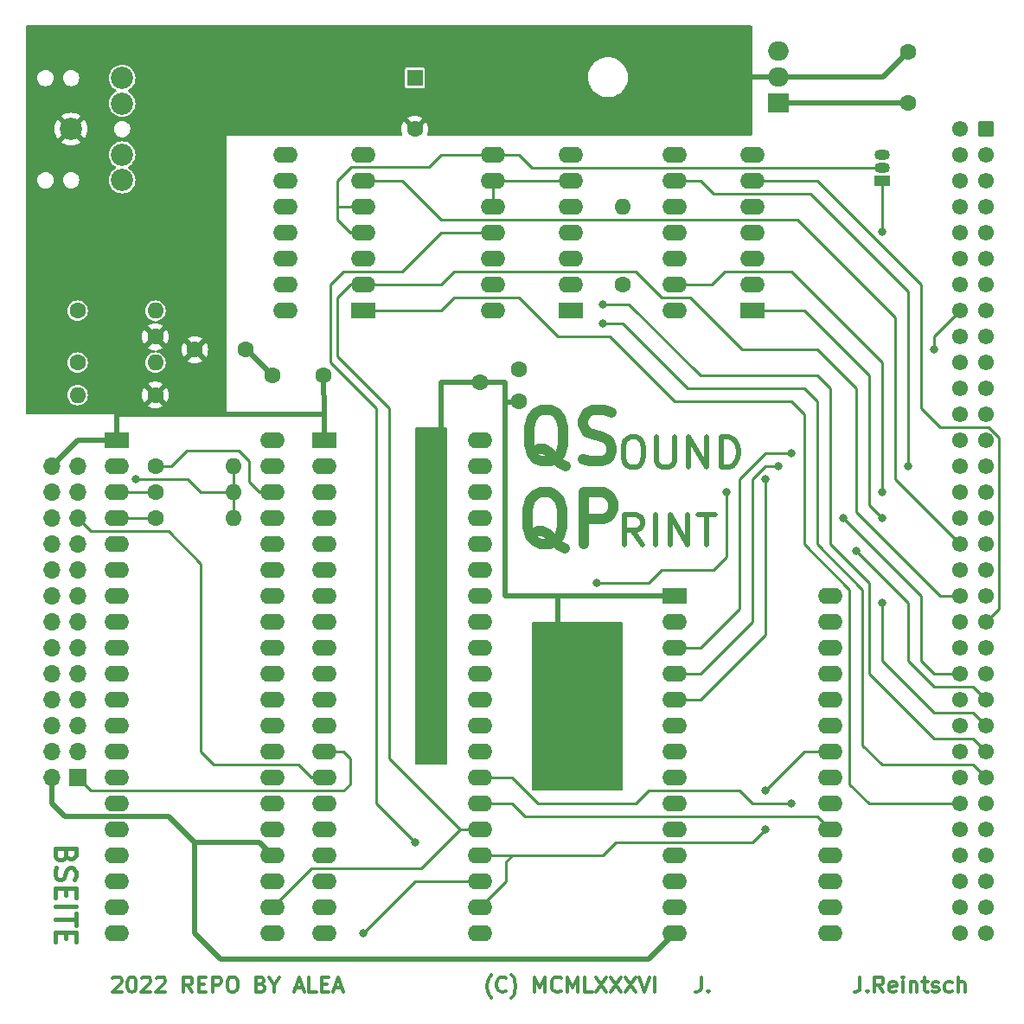
<source format=gbr>
%TF.GenerationSoftware,KiCad,Pcbnew,6.0.4-6f826c9f35~116~ubuntu21.10.1*%
%TF.CreationDate,2022-09-24T23:15:12+02:00*%
%TF.ProjectId,QL_Qsound10x10,514c5f51-736f-4756-9e64-31307831302e,rev?*%
%TF.SameCoordinates,Original*%
%TF.FileFunction,Copper,L1,Top*%
%TF.FilePolarity,Positive*%
%FSLAX46Y46*%
G04 Gerber Fmt 4.6, Leading zero omitted, Abs format (unit mm)*
G04 Created by KiCad (PCBNEW 6.0.4-6f826c9f35~116~ubuntu21.10.1) date 2022-09-24 23:15:12*
%MOMM*%
%LPD*%
G01*
G04 APERTURE LIST*
G04 Aperture macros list*
%AMRoundRect*
0 Rectangle with rounded corners*
0 $1 Rounding radius*
0 $2 $3 $4 $5 $6 $7 $8 $9 X,Y pos of 4 corners*
0 Add a 4 corners polygon primitive as box body*
4,1,4,$2,$3,$4,$5,$6,$7,$8,$9,$2,$3,0*
0 Add four circle primitives for the rounded corners*
1,1,$1+$1,$2,$3*
1,1,$1+$1,$4,$5*
1,1,$1+$1,$6,$7*
1,1,$1+$1,$8,$9*
0 Add four rect primitives between the rounded corners*
20,1,$1+$1,$2,$3,$4,$5,0*
20,1,$1+$1,$4,$5,$6,$7,0*
20,1,$1+$1,$6,$7,$8,$9,0*
20,1,$1+$1,$8,$9,$2,$3,0*%
G04 Aperture macros list end*
%ADD10C,0.300000*%
%TA.AperFunction,NonConductor*%
%ADD11C,0.300000*%
%TD*%
%ADD12C,0.500000*%
%TA.AperFunction,NonConductor*%
%ADD13C,0.500000*%
%TD*%
%ADD14C,1.000000*%
%TA.AperFunction,NonConductor*%
%ADD15C,1.000000*%
%TD*%
%ADD16C,0.400000*%
%TA.AperFunction,NonConductor*%
%ADD17C,0.400000*%
%TD*%
%TA.AperFunction,ComponentPad*%
%ADD18R,2.400000X1.600000*%
%TD*%
%TA.AperFunction,ComponentPad*%
%ADD19O,2.400000X1.600000*%
%TD*%
%TA.AperFunction,ComponentPad*%
%ADD20C,1.600000*%
%TD*%
%TA.AperFunction,ComponentPad*%
%ADD21O,1.600000X1.600000*%
%TD*%
%TA.AperFunction,ComponentPad*%
%ADD22R,1.500000X1.050000*%
%TD*%
%TA.AperFunction,ComponentPad*%
%ADD23O,1.500000X1.050000*%
%TD*%
%TA.AperFunction,ComponentPad*%
%ADD24R,1.700000X1.700000*%
%TD*%
%TA.AperFunction,ComponentPad*%
%ADD25O,1.700000X1.700000*%
%TD*%
%TA.AperFunction,ComponentPad*%
%ADD26C,2.184400*%
%TD*%
%TA.AperFunction,ComponentPad*%
%ADD27R,2.000000X1.905000*%
%TD*%
%TA.AperFunction,ComponentPad*%
%ADD28O,2.000000X1.905000*%
%TD*%
%TA.AperFunction,ComponentPad*%
%ADD29RoundRect,0.249999X-0.525001X0.525001X-0.525001X-0.525001X0.525001X-0.525001X0.525001X0.525001X0*%
%TD*%
%TA.AperFunction,ComponentPad*%
%ADD30C,1.550000*%
%TD*%
%TA.AperFunction,ComponentPad*%
%ADD31R,1.600000X1.600000*%
%TD*%
%TA.AperFunction,ViaPad*%
%ADD32C,0.800000*%
%TD*%
%TA.AperFunction,ViaPad*%
%ADD33C,1.600000*%
%TD*%
%TA.AperFunction,Conductor*%
%ADD34C,0.500000*%
%TD*%
%TA.AperFunction,Conductor*%
%ADD35C,0.250000*%
%TD*%
G04 APERTURE END LIST*
D10*
D11*
X142135714Y-138410000D02*
X142064285Y-138338571D01*
X141921428Y-138124285D01*
X141850000Y-137981428D01*
X141778571Y-137767142D01*
X141707142Y-137410000D01*
X141707142Y-137124285D01*
X141778571Y-136767142D01*
X141850000Y-136552857D01*
X141921428Y-136410000D01*
X142064285Y-136195714D01*
X142135714Y-136124285D01*
X143564285Y-137695714D02*
X143492857Y-137767142D01*
X143278571Y-137838571D01*
X143135714Y-137838571D01*
X142921428Y-137767142D01*
X142778571Y-137624285D01*
X142707142Y-137481428D01*
X142635714Y-137195714D01*
X142635714Y-136981428D01*
X142707142Y-136695714D01*
X142778571Y-136552857D01*
X142921428Y-136410000D01*
X143135714Y-136338571D01*
X143278571Y-136338571D01*
X143492857Y-136410000D01*
X143564285Y-136481428D01*
X144064285Y-138410000D02*
X144135714Y-138338571D01*
X144278571Y-138124285D01*
X144350000Y-137981428D01*
X144421428Y-137767142D01*
X144492857Y-137410000D01*
X144492857Y-137124285D01*
X144421428Y-136767142D01*
X144350000Y-136552857D01*
X144278571Y-136410000D01*
X144135714Y-136195714D01*
X144064285Y-136124285D01*
X146350000Y-137838571D02*
X146350000Y-136338571D01*
X146850000Y-137410000D01*
X147350000Y-136338571D01*
X147350000Y-137838571D01*
X148921428Y-137695714D02*
X148850000Y-137767142D01*
X148635714Y-137838571D01*
X148492857Y-137838571D01*
X148278571Y-137767142D01*
X148135714Y-137624285D01*
X148064285Y-137481428D01*
X147992857Y-137195714D01*
X147992857Y-136981428D01*
X148064285Y-136695714D01*
X148135714Y-136552857D01*
X148278571Y-136410000D01*
X148492857Y-136338571D01*
X148635714Y-136338571D01*
X148850000Y-136410000D01*
X148921428Y-136481428D01*
X149564285Y-137838571D02*
X149564285Y-136338571D01*
X150064285Y-137410000D01*
X150564285Y-136338571D01*
X150564285Y-137838571D01*
X151992857Y-137838571D02*
X151278571Y-137838571D01*
X151278571Y-136338571D01*
X152350000Y-136338571D02*
X153350000Y-137838571D01*
X153350000Y-136338571D02*
X152350000Y-137838571D01*
X153778571Y-136338571D02*
X154778571Y-137838571D01*
X154778571Y-136338571D02*
X153778571Y-137838571D01*
X155207142Y-136338571D02*
X156207142Y-137838571D01*
X156207142Y-136338571D02*
X155207142Y-137838571D01*
X156564285Y-136338571D02*
X157064285Y-137838571D01*
X157564285Y-136338571D01*
X158064285Y-137838571D02*
X158064285Y-136338571D01*
X162635714Y-136338571D02*
X162635714Y-137410000D01*
X162564285Y-137624285D01*
X162421428Y-137767142D01*
X162207142Y-137838571D01*
X162064285Y-137838571D01*
X163350000Y-137695714D02*
X163421428Y-137767142D01*
X163350000Y-137838571D01*
X163278571Y-137767142D01*
X163350000Y-137695714D01*
X163350000Y-137838571D01*
X178207142Y-136338571D02*
X178207142Y-137410000D01*
X178135714Y-137624285D01*
X177992857Y-137767142D01*
X177778571Y-137838571D01*
X177635714Y-137838571D01*
X178921428Y-137695714D02*
X178992857Y-137767142D01*
X178921428Y-137838571D01*
X178849999Y-137767142D01*
X178921428Y-137695714D01*
X178921428Y-137838571D01*
X180492857Y-137838571D02*
X179992857Y-137124285D01*
X179635714Y-137838571D02*
X179635714Y-136338571D01*
X180207142Y-136338571D01*
X180350000Y-136410000D01*
X180421428Y-136481428D01*
X180492857Y-136624285D01*
X180492857Y-136838571D01*
X180421428Y-136981428D01*
X180350000Y-137052857D01*
X180207142Y-137124285D01*
X179635714Y-137124285D01*
X181707142Y-137767142D02*
X181564285Y-137838571D01*
X181278571Y-137838571D01*
X181135714Y-137767142D01*
X181064285Y-137624285D01*
X181064285Y-137052857D01*
X181135714Y-136910000D01*
X181278571Y-136838571D01*
X181564285Y-136838571D01*
X181707142Y-136910000D01*
X181778571Y-137052857D01*
X181778571Y-137195714D01*
X181064285Y-137338571D01*
X182421428Y-137838571D02*
X182421428Y-136838571D01*
X182421428Y-136338571D02*
X182349999Y-136410000D01*
X182421428Y-136481428D01*
X182492857Y-136410000D01*
X182421428Y-136338571D01*
X182421428Y-136481428D01*
X183135714Y-136838571D02*
X183135714Y-137838571D01*
X183135714Y-136981428D02*
X183207142Y-136910000D01*
X183350000Y-136838571D01*
X183564285Y-136838571D01*
X183707142Y-136910000D01*
X183778571Y-137052857D01*
X183778571Y-137838571D01*
X184278571Y-136838571D02*
X184850000Y-136838571D01*
X184492857Y-136338571D02*
X184492857Y-137624285D01*
X184564285Y-137767142D01*
X184707142Y-137838571D01*
X184850000Y-137838571D01*
X185278571Y-137767142D02*
X185421428Y-137838571D01*
X185707142Y-137838571D01*
X185850000Y-137767142D01*
X185921428Y-137624285D01*
X185921428Y-137552857D01*
X185850000Y-137410000D01*
X185707142Y-137338571D01*
X185492857Y-137338571D01*
X185350000Y-137267142D01*
X185278571Y-137124285D01*
X185278571Y-137052857D01*
X185350000Y-136910000D01*
X185492857Y-136838571D01*
X185707142Y-136838571D01*
X185850000Y-136910000D01*
X187207142Y-137767142D02*
X187064285Y-137838571D01*
X186778571Y-137838571D01*
X186635714Y-137767142D01*
X186564285Y-137695714D01*
X186492857Y-137552857D01*
X186492857Y-137124285D01*
X186564285Y-136981428D01*
X186635714Y-136910000D01*
X186778571Y-136838571D01*
X187064285Y-136838571D01*
X187207142Y-136910000D01*
X187850000Y-137838571D02*
X187850000Y-136338571D01*
X188492857Y-137838571D02*
X188492857Y-137052857D01*
X188421428Y-136910000D01*
X188278571Y-136838571D01*
X188064285Y-136838571D01*
X187921428Y-136910000D01*
X187850000Y-136981428D01*
D10*
D11*
X105054285Y-136481428D02*
X105125714Y-136410000D01*
X105268571Y-136338571D01*
X105625714Y-136338571D01*
X105768571Y-136410000D01*
X105840000Y-136481428D01*
X105911428Y-136624285D01*
X105911428Y-136767142D01*
X105840000Y-136981428D01*
X104982857Y-137838571D01*
X105911428Y-137838571D01*
X106840000Y-136338571D02*
X106982857Y-136338571D01*
X107125714Y-136410000D01*
X107197142Y-136481428D01*
X107268571Y-136624285D01*
X107340000Y-136910000D01*
X107340000Y-137267142D01*
X107268571Y-137552857D01*
X107197142Y-137695714D01*
X107125714Y-137767142D01*
X106982857Y-137838571D01*
X106840000Y-137838571D01*
X106697142Y-137767142D01*
X106625714Y-137695714D01*
X106554285Y-137552857D01*
X106482857Y-137267142D01*
X106482857Y-136910000D01*
X106554285Y-136624285D01*
X106625714Y-136481428D01*
X106697142Y-136410000D01*
X106840000Y-136338571D01*
X107911428Y-136481428D02*
X107982857Y-136410000D01*
X108125714Y-136338571D01*
X108482857Y-136338571D01*
X108625714Y-136410000D01*
X108697142Y-136481428D01*
X108768571Y-136624285D01*
X108768571Y-136767142D01*
X108697142Y-136981428D01*
X107840000Y-137838571D01*
X108768571Y-137838571D01*
X109340000Y-136481428D02*
X109411428Y-136410000D01*
X109554285Y-136338571D01*
X109911428Y-136338571D01*
X110054285Y-136410000D01*
X110125714Y-136481428D01*
X110197142Y-136624285D01*
X110197142Y-136767142D01*
X110125714Y-136981428D01*
X109268571Y-137838571D01*
X110197142Y-137838571D01*
X112840000Y-137838571D02*
X112340000Y-137124285D01*
X111982857Y-137838571D02*
X111982857Y-136338571D01*
X112554285Y-136338571D01*
X112697142Y-136410000D01*
X112768571Y-136481428D01*
X112840000Y-136624285D01*
X112840000Y-136838571D01*
X112768571Y-136981428D01*
X112697142Y-137052857D01*
X112554285Y-137124285D01*
X111982857Y-137124285D01*
X113482857Y-137052857D02*
X113982857Y-137052857D01*
X114197142Y-137838571D02*
X113482857Y-137838571D01*
X113482857Y-136338571D01*
X114197142Y-136338571D01*
X114840000Y-137838571D02*
X114840000Y-136338571D01*
X115411428Y-136338571D01*
X115554285Y-136410000D01*
X115625714Y-136481428D01*
X115697142Y-136624285D01*
X115697142Y-136838571D01*
X115625714Y-136981428D01*
X115554285Y-137052857D01*
X115411428Y-137124285D01*
X114840000Y-137124285D01*
X116625714Y-136338571D02*
X116911428Y-136338571D01*
X117054285Y-136410000D01*
X117197142Y-136552857D01*
X117268571Y-136838571D01*
X117268571Y-137338571D01*
X117197142Y-137624285D01*
X117054285Y-137767142D01*
X116911428Y-137838571D01*
X116625714Y-137838571D01*
X116482857Y-137767142D01*
X116340000Y-137624285D01*
X116268571Y-137338571D01*
X116268571Y-136838571D01*
X116340000Y-136552857D01*
X116482857Y-136410000D01*
X116625714Y-136338571D01*
X119554285Y-137052857D02*
X119768571Y-137124285D01*
X119840000Y-137195714D01*
X119911428Y-137338571D01*
X119911428Y-137552857D01*
X119840000Y-137695714D01*
X119768571Y-137767142D01*
X119625714Y-137838571D01*
X119054285Y-137838571D01*
X119054285Y-136338571D01*
X119554285Y-136338571D01*
X119697142Y-136410000D01*
X119768571Y-136481428D01*
X119840000Y-136624285D01*
X119840000Y-136767142D01*
X119768571Y-136910000D01*
X119697142Y-136981428D01*
X119554285Y-137052857D01*
X119054285Y-137052857D01*
X120840000Y-137124285D02*
X120840000Y-137838571D01*
X120340000Y-136338571D02*
X120840000Y-137124285D01*
X121340000Y-136338571D01*
X122911428Y-137410000D02*
X123625714Y-137410000D01*
X122768571Y-137838571D02*
X123268571Y-136338571D01*
X123768571Y-137838571D01*
X124982857Y-137838571D02*
X124268571Y-137838571D01*
X124268571Y-136338571D01*
X125482857Y-137052857D02*
X125982857Y-137052857D01*
X126197142Y-137838571D02*
X125482857Y-137838571D01*
X125482857Y-136338571D01*
X126197142Y-136338571D01*
X126768571Y-137410000D02*
X127482857Y-137410000D01*
X126625714Y-137838571D02*
X127125714Y-136338571D01*
X127625714Y-137838571D01*
D12*
D13*
X156885000Y-94067142D02*
X155885000Y-92638571D01*
X155170714Y-94067142D02*
X155170714Y-91067142D01*
X156313571Y-91067142D01*
X156599285Y-91210000D01*
X156742142Y-91352857D01*
X156885000Y-91638571D01*
X156885000Y-92067142D01*
X156742142Y-92352857D01*
X156599285Y-92495714D01*
X156313571Y-92638571D01*
X155170714Y-92638571D01*
X158170714Y-94067142D02*
X158170714Y-91067142D01*
X159599285Y-94067142D02*
X159599285Y-91067142D01*
X161313571Y-94067142D01*
X161313571Y-91067142D01*
X162313571Y-91067142D02*
X164027857Y-91067142D01*
X163170714Y-94067142D02*
X163170714Y-91067142D01*
D12*
D13*
X155726428Y-83447142D02*
X156297857Y-83447142D01*
X156583571Y-83590000D01*
X156869285Y-83875714D01*
X157012142Y-84447142D01*
X157012142Y-85447142D01*
X156869285Y-86018571D01*
X156583571Y-86304285D01*
X156297857Y-86447142D01*
X155726428Y-86447142D01*
X155440714Y-86304285D01*
X155155000Y-86018571D01*
X155012142Y-85447142D01*
X155012142Y-84447142D01*
X155155000Y-83875714D01*
X155440714Y-83590000D01*
X155726428Y-83447142D01*
X158297857Y-83447142D02*
X158297857Y-85875714D01*
X158440714Y-86161428D01*
X158583571Y-86304285D01*
X158869285Y-86447142D01*
X159440714Y-86447142D01*
X159726428Y-86304285D01*
X159869285Y-86161428D01*
X160012142Y-85875714D01*
X160012142Y-83447142D01*
X161440714Y-86447142D02*
X161440714Y-83447142D01*
X163155000Y-86447142D01*
X163155000Y-83447142D01*
X164583571Y-86447142D02*
X164583571Y-83447142D01*
X165297857Y-83447142D01*
X165726428Y-83590000D01*
X166012142Y-83875714D01*
X166155000Y-84161428D01*
X166297857Y-84732857D01*
X166297857Y-85161428D01*
X166155000Y-85732857D01*
X166012142Y-86018571D01*
X165726428Y-86304285D01*
X165297857Y-86447142D01*
X164583571Y-86447142D01*
D14*
D15*
X149383809Y-86343095D02*
X148907619Y-86105000D01*
X148431428Y-85628809D01*
X147717142Y-84914523D01*
X147240952Y-84676428D01*
X146764761Y-84676428D01*
X147002857Y-85866904D02*
X146526666Y-85628809D01*
X146050476Y-85152619D01*
X145812380Y-84200238D01*
X145812380Y-82533571D01*
X146050476Y-81581190D01*
X146526666Y-81105000D01*
X147002857Y-80866904D01*
X147955238Y-80866904D01*
X148431428Y-81105000D01*
X148907619Y-81581190D01*
X149145714Y-82533571D01*
X149145714Y-84200238D01*
X148907619Y-85152619D01*
X148431428Y-85628809D01*
X147955238Y-85866904D01*
X147002857Y-85866904D01*
X151050476Y-85628809D02*
X151764761Y-85866904D01*
X152955238Y-85866904D01*
X153431428Y-85628809D01*
X153669523Y-85390714D01*
X153907619Y-84914523D01*
X153907619Y-84438333D01*
X153669523Y-83962142D01*
X153431428Y-83724047D01*
X152955238Y-83485952D01*
X152002857Y-83247857D01*
X151526666Y-83009761D01*
X151288571Y-82771666D01*
X151050476Y-82295476D01*
X151050476Y-81819285D01*
X151288571Y-81343095D01*
X151526666Y-81105000D01*
X152002857Y-80866904D01*
X153193333Y-80866904D01*
X153907619Y-81105000D01*
X149264761Y-94393095D02*
X148788571Y-94155000D01*
X148312380Y-93678809D01*
X147598095Y-92964523D01*
X147121904Y-92726428D01*
X146645714Y-92726428D01*
X146883809Y-93916904D02*
X146407619Y-93678809D01*
X145931428Y-93202619D01*
X145693333Y-92250238D01*
X145693333Y-90583571D01*
X145931428Y-89631190D01*
X146407619Y-89155000D01*
X146883809Y-88916904D01*
X147836190Y-88916904D01*
X148312380Y-89155000D01*
X148788571Y-89631190D01*
X149026666Y-90583571D01*
X149026666Y-92250238D01*
X148788571Y-93202619D01*
X148312380Y-93678809D01*
X147836190Y-93916904D01*
X146883809Y-93916904D01*
X151169523Y-93916904D02*
X151169523Y-88916904D01*
X153074285Y-88916904D01*
X153550476Y-89155000D01*
X153788571Y-89393095D01*
X154026666Y-89869285D01*
X154026666Y-90583571D01*
X153788571Y-91059761D01*
X153550476Y-91297857D01*
X153074285Y-91535952D01*
X151169523Y-91535952D01*
D16*
D17*
X100472857Y-124412857D02*
X100377619Y-124698571D01*
X100282380Y-124793809D01*
X100091904Y-124889047D01*
X99806190Y-124889047D01*
X99615714Y-124793809D01*
X99520476Y-124698571D01*
X99425238Y-124508095D01*
X99425238Y-123746190D01*
X101425238Y-123746190D01*
X101425238Y-124412857D01*
X101330000Y-124603333D01*
X101234761Y-124698571D01*
X101044285Y-124793809D01*
X100853809Y-124793809D01*
X100663333Y-124698571D01*
X100568095Y-124603333D01*
X100472857Y-124412857D01*
X100472857Y-123746190D01*
X99520476Y-125650952D02*
X99425238Y-125936666D01*
X99425238Y-126412857D01*
X99520476Y-126603333D01*
X99615714Y-126698571D01*
X99806190Y-126793809D01*
X99996666Y-126793809D01*
X100187142Y-126698571D01*
X100282380Y-126603333D01*
X100377619Y-126412857D01*
X100472857Y-126031904D01*
X100568095Y-125841428D01*
X100663333Y-125746190D01*
X100853809Y-125650952D01*
X101044285Y-125650952D01*
X101234761Y-125746190D01*
X101330000Y-125841428D01*
X101425238Y-126031904D01*
X101425238Y-126508095D01*
X101330000Y-126793809D01*
X100472857Y-127650952D02*
X100472857Y-128317619D01*
X99425238Y-128603333D02*
X99425238Y-127650952D01*
X101425238Y-127650952D01*
X101425238Y-128603333D01*
X99425238Y-129460476D02*
X101425238Y-129460476D01*
X101425238Y-130127142D02*
X101425238Y-131270000D01*
X99425238Y-130698571D02*
X101425238Y-130698571D01*
X100472857Y-131936666D02*
X100472857Y-132603333D01*
X99425238Y-132889047D02*
X99425238Y-131936666D01*
X101425238Y-131936666D01*
X101425238Y-132889047D01*
D18*
%TO.P,U7,1,VSS*%
%TO.N,GND*%
X125730000Y-83820000D03*
D19*
%TO.P,U7,2,PA0*%
%TO.N,Net-(U6-Pad37)*%
X125730000Y-86360000D03*
%TO.P,U7,3,PA1*%
%TO.N,Net-(U6-Pad36)*%
X125730000Y-88900000D03*
%TO.P,U7,4,PA2*%
%TO.N,Net-(U6-Pad35)*%
X125730000Y-91440000D03*
%TO.P,U7,5,PA3*%
%TO.N,Net-(U6-Pad34)*%
X125730000Y-93980000D03*
%TO.P,U7,6,PA4*%
%TO.N,Net-(U6-Pad33)*%
X125730000Y-96520000D03*
%TO.P,U7,7,PA5*%
%TO.N,Net-(U6-Pad32)*%
X125730000Y-99060000D03*
%TO.P,U7,8,PA6*%
%TO.N,Net-(U6-Pad31)*%
X125730000Y-101600000D03*
%TO.P,U7,9,PA7*%
%TO.N,Net-(U6-Pad30)*%
X125730000Y-104140000D03*
%TO.P,U7,10,PB0*%
%TO.N,Net-(U6-Pad29)*%
X125730000Y-106680000D03*
%TO.P,U7,11,PB1*%
%TO.N,unconnected-(U7-Pad11)*%
X125730000Y-109220000D03*
%TO.P,U7,12,PB2*%
%TO.N,Net-(U6-Pad27)*%
X125730000Y-111760000D03*
%TO.P,U7,13,PB3*%
%TO.N,/P_Strobe*%
X125730000Y-114300000D03*
%TO.P,U7,14,PB4*%
%TO.N,/P_Busy*%
X125730000Y-116840000D03*
%TO.P,U7,15,PB5*%
%TO.N,unconnected-(U7-Pad15)*%
X125730000Y-119380000D03*
%TO.P,U7,16,PB6*%
%TO.N,unconnected-(U7-Pad16)*%
X125730000Y-121920000D03*
%TO.P,U7,17,PB7*%
%TO.N,unconnected-(U7-Pad17)*%
X125730000Y-124460000D03*
%TO.P,U7,18,CB1*%
%TO.N,unconnected-(U7-Pad18)*%
X125730000Y-127000000D03*
%TO.P,U7,19,CB2*%
%TO.N,unconnected-(U7-Pad19)*%
X125730000Y-129540000D03*
%TO.P,U7,20,VCC*%
%TO.N,VCC*%
X125730000Y-132080000D03*
%TO.P,U7,21,R/~{W}*%
%TO.N,/RW*%
X140970000Y-132080000D03*
%TO.P,U7,22,CS0*%
%TO.N,/A13*%
X140970000Y-129540000D03*
%TO.P,U7,23,~{CS2}*%
%TO.N,/CS2{slash}OE*%
X140970000Y-127000000D03*
%TO.P,U7,24,CS1*%
%TO.N,/A13*%
X140970000Y-124460000D03*
%TO.P,U7,25,ENABLE*%
%TO.N,/E*%
X140970000Y-121920000D03*
%TO.P,U7,26,D7*%
%TO.N,/D7*%
X140970000Y-119380000D03*
%TO.P,U7,27,D6*%
%TO.N,/D6*%
X140970000Y-116840000D03*
%TO.P,U7,28,D5*%
%TO.N,/D5*%
X140970000Y-114300000D03*
%TO.P,U7,29,D4*%
%TO.N,/D4*%
X140970000Y-111760000D03*
%TO.P,U7,30,D3*%
%TO.N,/D3*%
X140970000Y-109220000D03*
%TO.P,U7,31,D2*%
%TO.N,/D2*%
X140970000Y-106680000D03*
%TO.P,U7,32,D1*%
%TO.N,/D1*%
X140970000Y-104140000D03*
%TO.P,U7,33,D0*%
%TO.N,/D0*%
X140970000Y-101600000D03*
%TO.P,U7,34,~{RESET}*%
%TO.N,/RESET*%
X140970000Y-99060000D03*
%TO.P,U7,35,RS1*%
%TO.N,/A1*%
X140970000Y-96520000D03*
%TO.P,U7,36,RS0*%
%TO.N,/A0*%
X140970000Y-93980000D03*
%TO.P,U7,37,~{IRQB}*%
%TO.N,unconnected-(U7-Pad37)*%
X140970000Y-91440000D03*
%TO.P,U7,38,~{IRQA}*%
%TO.N,unconnected-(U7-Pad38)*%
X140970000Y-88900000D03*
%TO.P,U7,39,CA2*%
%TO.N,unconnected-(U7-Pad39)*%
X140970000Y-86360000D03*
%TO.P,U7,40,CA1*%
%TO.N,unconnected-(U7-Pad40)*%
X140970000Y-83820000D03*
%TD*%
D20*
%TO.P,C5,1*%
%TO.N,VCC*%
X120690000Y-77470000D03*
%TO.P,C5,2*%
%TO.N,GND*%
X125690000Y-77470000D03*
%TD*%
%TO.P,R5,1*%
%TO.N,GND*%
X109220000Y-79375000D03*
D21*
%TO.P,R5,2*%
%TO.N,Net-(R2-Pad1)*%
X101600000Y-79375000D03*
%TD*%
D22*
%TO.P,Q1,1,E*%
%TO.N,/DSMC*%
X180340000Y-58420000D03*
D23*
%TO.P,Q1,2,B*%
%TO.N,Net-(Q1-Pad2)*%
X180340000Y-57150000D03*
%TO.P,Q1,3,C*%
%TO.N,VCC*%
X180340000Y-55880000D03*
%TD*%
D20*
%TO.P,R4,1*%
%TO.N,Net-(R4-Pad1)*%
X109220000Y-88900000D03*
D21*
%TO.P,R4,2*%
%TO.N,Net-(R2-Pad1)*%
X116840000Y-88900000D03*
%TD*%
D20*
%TO.P,R6,1*%
%TO.N,Net-(R6-Pad1)*%
X109220000Y-86360000D03*
D21*
%TO.P,R6,2*%
%TO.N,Net-(R2-Pad1)*%
X116840000Y-86360000D03*
%TD*%
D18*
%TO.P,U2,1*%
%TO.N,unconnected-(U2-Pad1)*%
X149860000Y-71120000D03*
D19*
%TO.P,U2,2*%
%TO.N,unconnected-(U2-Pad2)*%
X149860000Y-68580000D03*
%TO.P,U2,3*%
%TO.N,/A19*%
X149860000Y-66040000D03*
%TO.P,U2,4*%
%TO.N,/A18*%
X149860000Y-63500000D03*
%TO.P,U2,5*%
%TO.N,Net-(U2-Pad5)*%
X149860000Y-60960000D03*
%TO.P,U2,6*%
%TO.N,/CS2{slash}OE*%
X149860000Y-58420000D03*
%TO.P,U2,7,GND*%
%TO.N,GND*%
X149860000Y-55880000D03*
%TO.P,U2,8*%
%TO.N,Net-(Q1-Pad2)*%
X142240000Y-55880000D03*
%TO.P,U2,9*%
%TO.N,/CS2{slash}OE*%
X142240000Y-58420000D03*
%TO.P,U2,10*%
X142240000Y-60960000D03*
%TO.P,U2,11*%
X142240000Y-63500000D03*
%TO.P,U2,12*%
%TO.N,unconnected-(U2-Pad12)*%
X142240000Y-66040000D03*
%TO.P,U2,13*%
%TO.N,unconnected-(U2-Pad13)*%
X142240000Y-68580000D03*
%TO.P,U2,14,VCC*%
%TO.N,VCC*%
X142240000Y-71120000D03*
%TD*%
D24*
%TO.P,J2,1,Pin_1*%
%TO.N,/P_Strobe*%
X101605000Y-116840000D03*
D25*
%TO.P,J2,2,Pin_2*%
%TO.N,GND*%
X99065000Y-116840000D03*
%TO.P,J2,3,Pin_3*%
%TO.N,Net-(J2-Pad3)*%
X101605000Y-114300000D03*
%TO.P,J2,4,Pin_4*%
%TO.N,GND*%
X99065000Y-114300000D03*
%TO.P,J2,5,Pin_5*%
%TO.N,Net-(J2-Pad5)*%
X101605000Y-111760000D03*
%TO.P,J2,6,Pin_6*%
%TO.N,GND*%
X99065000Y-111760000D03*
%TO.P,J2,7,Pin_7*%
%TO.N,Net-(J2-Pad7)*%
X101605000Y-109220000D03*
%TO.P,J2,8,Pin_8*%
%TO.N,GND*%
X99065000Y-109220000D03*
%TO.P,J2,9,Pin_9*%
%TO.N,Net-(J2-Pad9)*%
X101605000Y-106680000D03*
%TO.P,J2,10,Pin_10*%
%TO.N,GND*%
X99065000Y-106680000D03*
%TO.P,J2,11,Pin_11*%
%TO.N,Net-(J2-Pad11)*%
X101605000Y-104140000D03*
%TO.P,J2,12,Pin_12*%
%TO.N,GND*%
X99065000Y-104140000D03*
%TO.P,J2,13,Pin_13*%
%TO.N,Net-(J2-Pad13)*%
X101605000Y-101600000D03*
%TO.P,J2,14,Pin_14*%
%TO.N,GND*%
X99065000Y-101600000D03*
%TO.P,J2,15,Pin_15*%
%TO.N,Net-(J2-Pad15)*%
X101605000Y-99060000D03*
%TO.P,J2,16,Pin_16*%
%TO.N,GND*%
X99065000Y-99060000D03*
%TO.P,J2,17,Pin_17*%
%TO.N,Net-(J2-Pad17)*%
X101605000Y-96520000D03*
%TO.P,J2,18,Pin_18*%
%TO.N,GND*%
X99065000Y-96520000D03*
%TO.P,J2,19,Pin_19*%
%TO.N,unconnected-(J2-Pad19)*%
X101605000Y-93980000D03*
%TO.P,J2,20,Pin_20*%
%TO.N,GND*%
X99065000Y-93980000D03*
%TO.P,J2,21,Pin_21*%
%TO.N,/P_Busy*%
X101605000Y-91440000D03*
%TO.P,J2,22,Pin_22*%
%TO.N,GND*%
X99065000Y-91440000D03*
%TO.P,J2,23,Pin_23*%
%TO.N,unconnected-(J2-Pad23)*%
X101605000Y-88900000D03*
%TO.P,J2,24,Pin_24*%
%TO.N,GND*%
X99065000Y-88900000D03*
%TO.P,J2,25,Pin_25*%
%TO.N,unconnected-(J2-Pad25)*%
X101605000Y-86360000D03*
%TO.P,J2,26,Pin_26*%
%TO.N,GND*%
X99065000Y-86360000D03*
%TD*%
D20*
%TO.P,C3,1*%
%TO.N,VCC*%
X118070000Y-74930000D03*
%TO.P,C3,2*%
%TO.N,GND*%
X113070000Y-74930000D03*
%TD*%
%TO.P,J4,1,Pin_1*%
%TO.N,GND*%
X109220000Y-73660000D03*
%TD*%
%TO.P,R7,1*%
%TO.N,Net-(J3-PadS)*%
X101600000Y-71120000D03*
D21*
%TO.P,R7,2*%
%TO.N,Net-(J3-PadT)*%
X109220000Y-71120000D03*
%TD*%
D20*
%TO.P,R2,1*%
%TO.N,Net-(R2-Pad1)*%
X101600000Y-76200000D03*
D21*
%TO.P,R2,2*%
%TO.N,Net-(J3-PadS)*%
X109220000Y-76200000D03*
%TD*%
D20*
%TO.P,R3,1*%
%TO.N,Net-(R3-Pad1)*%
X109220000Y-91440000D03*
D21*
%TO.P,R3,2*%
%TO.N,Net-(R2-Pad1)*%
X116840000Y-91440000D03*
%TD*%
D20*
%TO.P,R1,1*%
%TO.N,VCC*%
X154940000Y-68580000D03*
D21*
%TO.P,R1,2*%
%TO.N,Net-(U2-Pad5)*%
X154940000Y-60960000D03*
%TD*%
D18*
%TO.P,U5,1*%
%TO.N,/DS*%
X129540000Y-71120000D03*
D19*
%TO.P,U5,2*%
%TO.N,/E*%
X129540000Y-68580000D03*
%TO.P,U5,3*%
%TO.N,Net-(U2-Pad5)*%
X129540000Y-66040000D03*
%TO.P,U5,4*%
%TO.N,Net-(Q1-Pad2)*%
X129540000Y-63500000D03*
%TO.P,U5,5*%
X129540000Y-60960000D03*
%TO.P,U5,6*%
%TO.N,/VPA*%
X129540000Y-58420000D03*
%TO.P,U5,7,GND*%
%TO.N,GND*%
X129540000Y-55880000D03*
%TO.P,U5,8*%
%TO.N,unconnected-(U5-Pad8)*%
X121920000Y-55880000D03*
%TO.P,U5,9*%
%TO.N,unconnected-(U5-Pad9)*%
X121920000Y-58420000D03*
%TO.P,U5,10*%
%TO.N,unconnected-(U5-Pad10)*%
X121920000Y-60960000D03*
%TO.P,U5,11*%
%TO.N,unconnected-(U5-Pad11)*%
X121920000Y-63500000D03*
%TO.P,U5,12*%
%TO.N,unconnected-(U5-Pad12)*%
X121920000Y-66040000D03*
%TO.P,U5,13*%
%TO.N,unconnected-(U5-Pad13)*%
X121920000Y-68580000D03*
%TO.P,U5,14,VCC*%
%TO.N,VCC*%
X121920000Y-71120000D03*
%TD*%
D26*
%TO.P,J3,G*%
%TO.N,GND*%
X100965000Y-53340000D03*
%TO.P,J3,S*%
%TO.N,Net-(J3-PadS)*%
X105965000Y-48340000D03*
%TO.P,J3,SN*%
%TO.N,unconnected-(J3-PadSN)*%
X105965000Y-50840000D03*
%TO.P,J3,T*%
%TO.N,Net-(J3-PadT)*%
X105965000Y-55840000D03*
%TO.P,J3,TN*%
%TO.N,unconnected-(J3-PadTN)*%
X105965000Y-58340000D03*
%TD*%
D18*
%TO.P,U3,1*%
%TO.N,/A17*%
X167640000Y-71120000D03*
D19*
%TO.P,U3,2*%
%TO.N,/SP3*%
X167640000Y-68580000D03*
%TO.P,U3,3*%
%TO.N,Net-(U2-Pad5)*%
X167640000Y-66040000D03*
%TO.P,U3,4*%
X167640000Y-63500000D03*
%TO.P,U3,5*%
%TO.N,/SP0*%
X167640000Y-60960000D03*
%TO.P,U3,6*%
%TO.N,/A14*%
X167640000Y-58420000D03*
%TO.P,U3,7,GND*%
%TO.N,GND*%
X167640000Y-55880000D03*
%TO.P,U3,8*%
%TO.N,/SP1*%
X160020000Y-55880000D03*
%TO.P,U3,9*%
%TO.N,/A15*%
X160020000Y-58420000D03*
%TO.P,U3,10*%
%TO.N,Net-(U2-Pad5)*%
X160020000Y-60960000D03*
%TO.P,U3,11*%
X160020000Y-63500000D03*
%TO.P,U3,12*%
%TO.N,/SP2*%
X160020000Y-66040000D03*
%TO.P,U3,13*%
%TO.N,/A16*%
X160020000Y-68580000D03*
%TO.P,U3,14,VCC*%
%TO.N,VCC*%
X160020000Y-71120000D03*
%TD*%
D20*
%TO.P,C2,1*%
%TO.N,+9V*%
X182880000Y-50760000D03*
%TO.P,C2,2*%
%TO.N,GND*%
X182880000Y-45760000D03*
%TD*%
D27*
%TO.P,U1,1,IN*%
%TO.N,+9V*%
X170180000Y-50800000D03*
D28*
%TO.P,U1,2,GND*%
%TO.N,GND*%
X170180000Y-48260000D03*
%TO.P,U1,3,OUT*%
%TO.N,VCC*%
X170180000Y-45720000D03*
%TD*%
D18*
%TO.P,U6,1,Vss*%
%TO.N,GND*%
X105410000Y-83820000D03*
D19*
%TO.P,U6,2,N/C*%
%TO.N,unconnected-(U6-Pad2)*%
X105410000Y-86360000D03*
%TO.P,U6,3,ch_B*%
%TO.N,Net-(R4-Pad1)*%
X105410000Y-88900000D03*
%TO.P,U6,4,ch_A*%
%TO.N,Net-(R3-Pad1)*%
X105410000Y-91440000D03*
%TO.P,U6,5,N/C*%
%TO.N,unconnected-(U6-Pad5)*%
X105410000Y-93980000D03*
%TO.P,U6,6,IOB7*%
%TO.N,Net-(J2-Pad17)*%
X105410000Y-96520000D03*
%TO.P,U6,7,IOB6*%
%TO.N,Net-(J2-Pad15)*%
X105410000Y-99060000D03*
%TO.P,U6,8,IOB5*%
%TO.N,Net-(J2-Pad13)*%
X105410000Y-101600000D03*
%TO.P,U6,9,IOB4*%
%TO.N,Net-(J2-Pad11)*%
X105410000Y-104140000D03*
%TO.P,U6,10,IOB3*%
%TO.N,Net-(J2-Pad9)*%
X105410000Y-106680000D03*
%TO.P,U6,11,IOB2*%
%TO.N,Net-(J2-Pad7)*%
X105410000Y-109220000D03*
%TO.P,U6,12,IOB1*%
%TO.N,Net-(J2-Pad5)*%
X105410000Y-111760000D03*
%TO.P,U6,13,IOB0*%
%TO.N,Net-(J2-Pad3)*%
X105410000Y-114300000D03*
%TO.P,U6,14,IOA7*%
%TO.N,unconnected-(U6-Pad14)*%
X105410000Y-116840000D03*
%TO.P,U6,15,IOA6*%
%TO.N,unconnected-(U6-Pad15)*%
X105410000Y-119380000D03*
%TO.P,U6,16,IOA5*%
%TO.N,unconnected-(U6-Pad16)*%
X105410000Y-121920000D03*
%TO.P,U6,17,IOA4*%
%TO.N,unconnected-(U6-Pad17)*%
X105410000Y-124460000D03*
%TO.P,U6,18,IOA3*%
%TO.N,unconnected-(U6-Pad18)*%
X105410000Y-127000000D03*
%TO.P,U6,19,IOA2*%
%TO.N,unconnected-(U6-Pad19)*%
X105410000Y-129540000D03*
%TO.P,U6,20,IOA1*%
%TO.N,unconnected-(U6-Pad20)*%
X105410000Y-132080000D03*
%TO.P,U6,21,IOA0*%
%TO.N,unconnected-(U6-Pad21)*%
X120650000Y-132080000D03*
%TO.P,U6,22,CLOCK*%
%TO.N,/E*%
X120650000Y-129540000D03*
%TO.P,U6,23,~{RESET}*%
%TO.N,/RESET*%
X120650000Y-127000000D03*
%TO.P,U6,24,~{A9}*%
%TO.N,GND*%
X120650000Y-124460000D03*
%TO.P,U6,25,A8*%
%TO.N,VCC*%
X120650000Y-121920000D03*
%TO.P,U6,26,TEST2*%
%TO.N,unconnected-(U6-Pad26)*%
X120650000Y-119380000D03*
%TO.P,U6,27,BDIR*%
%TO.N,Net-(U6-Pad27)*%
X120650000Y-116840000D03*
%TO.P,U6,28,BC2*%
%TO.N,VCC*%
X120650000Y-114300000D03*
%TO.P,U6,29,BC1*%
%TO.N,Net-(U6-Pad29)*%
X120650000Y-111760000D03*
%TO.P,U6,30,D7*%
%TO.N,Net-(U6-Pad30)*%
X120650000Y-109220000D03*
%TO.P,U6,31,D6*%
%TO.N,Net-(U6-Pad31)*%
X120650000Y-106680000D03*
%TO.P,U6,32,D5*%
%TO.N,Net-(U6-Pad32)*%
X120650000Y-104140000D03*
%TO.P,U6,33,D4*%
%TO.N,Net-(U6-Pad33)*%
X120650000Y-101600000D03*
%TO.P,U6,34,D3*%
%TO.N,Net-(U6-Pad34)*%
X120650000Y-99060000D03*
%TO.P,U6,35,D2*%
%TO.N,Net-(U6-Pad35)*%
X120650000Y-96520000D03*
%TO.P,U6,36,D1*%
%TO.N,Net-(U6-Pad36)*%
X120650000Y-93980000D03*
%TO.P,U6,37,D0*%
%TO.N,Net-(U6-Pad37)*%
X120650000Y-91440000D03*
%TO.P,U6,38,ch_C*%
%TO.N,Net-(R6-Pad1)*%
X120650000Y-88900000D03*
%TO.P,U6,39,TEST1*%
%TO.N,unconnected-(U6-Pad39)*%
X120650000Y-86360000D03*
%TO.P,U6,40,Vcc*%
%TO.N,VCC*%
X120650000Y-83820000D03*
%TD*%
D29*
%TO.P,J1,a1,Vin*%
%TO.N,+9V*%
X190500000Y-53340000D03*
D30*
%TO.P,J1,a2,-12V*%
%TO.N,unconnected-(J1-Pada2)*%
X190500000Y-55880000D03*
%TO.P,J1,a3,+12V*%
%TO.N,unconnected-(J1-Pada3)*%
X190500000Y-58420000D03*
%TO.P,J1,a4,SP0*%
%TO.N,/SP0*%
X190500000Y-60960000D03*
%TO.P,J1,a5,SP1*%
%TO.N,/SP1*%
X190500000Y-63500000D03*
%TO.P,J1,a6,~{DSMC}*%
%TO.N,/DSMC*%
X190500000Y-66040000D03*
%TO.P,J1,a7,SP2*%
%TO.N,/SP2*%
X190500000Y-68580000D03*
%TO.P,J1,a8,~{DBG}*%
%TO.N,unconnected-(J1-Pada8)*%
X190500000Y-71120000D03*
%TO.P,J1,a9,A3*%
%TO.N,/A3*%
X190500000Y-73660000D03*
%TO.P,J1,a10,A4*%
%TO.N,/A4*%
X190500000Y-76200000D03*
%TO.P,J1,a11,A5*%
%TO.N,/A5*%
X190500000Y-78740000D03*
%TO.P,J1,a12,A6*%
%TO.N,/A6*%
X190500000Y-81280000D03*
%TO.P,J1,a13,A7*%
%TO.N,/A7*%
X190500000Y-83820000D03*
%TO.P,J1,a14,A8*%
%TO.N,/A8*%
X190500000Y-86360000D03*
%TO.P,J1,a15,A9*%
%TO.N,/A9*%
X190500000Y-88900000D03*
%TO.P,J1,a16,A10*%
%TO.N,/A10*%
X190500000Y-91440000D03*
%TO.P,J1,a17,A11*%
%TO.N,/A11*%
X190500000Y-93980000D03*
%TO.P,J1,a18,A12*%
%TO.N,/A12*%
X190500000Y-96520000D03*
%TO.P,J1,a19,A13*%
%TO.N,/A13*%
X190500000Y-99060000D03*
%TO.P,J1,a20,A14*%
%TO.N,/A14*%
X190500000Y-101600000D03*
%TO.P,J1,a21,RED*%
%TO.N,unconnected-(J1-Pada21)*%
X190500000Y-104140000D03*
%TO.P,J1,a22,CLKCPU*%
%TO.N,unconnected-(J1-Pada22)*%
X190500000Y-106680000D03*
%TO.P,J1,a23,A16*%
%TO.N,/A16*%
X190500000Y-109220000D03*
%TO.P,J1,a24,A17*%
%TO.N,/A17*%
X190500000Y-111760000D03*
%TO.P,J1,a25,A18*%
%TO.N,/A18*%
X190500000Y-114300000D03*
%TO.P,J1,a26,A19*%
%TO.N,/A19*%
X190500000Y-116840000D03*
%TO.P,J1,a27,D7*%
%TO.N,/D7*%
X190500000Y-119380000D03*
%TO.P,J1,a28,D6*%
%TO.N,/D6*%
X190500000Y-121920000D03*
%TO.P,J1,a29,D5*%
%TO.N,/D5*%
X190500000Y-124460000D03*
%TO.P,J1,a30,D4*%
%TO.N,/D4*%
X190500000Y-127000000D03*
%TO.P,J1,a31,D3*%
%TO.N,/D3*%
X190500000Y-129540000D03*
%TO.P,J1,a32,GND*%
%TO.N,GND*%
X190500000Y-132080000D03*
%TO.P,J1,b1,Vin*%
%TO.N,+9V*%
X187960000Y-53340000D03*
%TO.P,J1,b2,Vin*%
X187960000Y-55880000D03*
%TO.P,J1,b3,~{EXTINT}*%
%TO.N,unconnected-(J1-Padb3)*%
X187960000Y-58420000D03*
%TO.P,J1,b4,~{IPL1}*%
%TO.N,unconnected-(J1-Padb4)*%
X187960000Y-60960000D03*
%TO.P,J1,b5,~{BERR}*%
%TO.N,unconnected-(J1-Padb5)*%
X187960000Y-63500000D03*
%TO.P,J1,b6,~{IPLO}*%
%TO.N,unconnected-(J1-Padb6)*%
X187960000Y-66040000D03*
%TO.P,J1,b7,SP3*%
%TO.N,/SP3*%
X187960000Y-68580000D03*
%TO.P,J1,b8,A2*%
%TO.N,/A2*%
X187960000Y-71120000D03*
%TO.P,J1,b9,G9*%
%TO.N,/A1*%
X187960000Y-73660000D03*
%TO.P,J1,b10,ROMOEH*%
%TO.N,unconnected-(J1-Padb10)*%
X187960000Y-76200000D03*
%TO.P,J1,b11,A0*%
%TO.N,/A0*%
X187960000Y-78740000D03*
%TO.P,J1,b12,FC0*%
%TO.N,unconnected-(J1-Padb12)*%
X187960000Y-81280000D03*
%TO.P,J1,b13,FC1*%
%TO.N,unconnected-(J1-Padb13)*%
X187960000Y-83820000D03*
%TO.P,J1,b14,FC2*%
%TO.N,unconnected-(J1-Padb14)*%
X187960000Y-86360000D03*
%TO.P,J1,b15,BLUE*%
%TO.N,unconnected-(J1-Padb15)*%
X187960000Y-88900000D03*
%TO.P,J1,b16,GREEN*%
%TO.N,unconnected-(J1-Padb16)*%
X187960000Y-91440000D03*
%TO.P,J1,b17,~{VPA}*%
%TO.N,/VPA*%
X187960000Y-93980000D03*
%TO.P,J1,b18,VSYNCH*%
%TO.N,unconnected-(J1-Padb18)*%
X187960000Y-96520000D03*
%TO.P,J1,b19,E*%
%TO.N,/E*%
X187960000Y-99060000D03*
%TO.P,J1,b20,~{CSYNC}*%
%TO.N,unconnected-(J1-Padb20)*%
X187960000Y-101600000D03*
%TO.P,J1,b21,~{RESETCPU}*%
%TO.N,/RESET*%
X187960000Y-104140000D03*
%TO.P,J1,b22,A15*%
%TO.N,/A15*%
X187960000Y-106680000D03*
%TO.P,J1,b23,~{BR}*%
%TO.N,unconnected-(J1-Padb23)*%
X187960000Y-109220000D03*
%TO.P,J1,b24,~{BG}*%
%TO.N,unconnected-(J1-Padb24)*%
X187960000Y-111760000D03*
%TO.P,J1,b25,~{DTACK}*%
%TO.N,unconnected-(J1-Padb25)*%
X187960000Y-114300000D03*
%TO.P,J1,b26,~{DRW}*%
%TO.N,/RW*%
X187960000Y-116840000D03*
%TO.P,J1,b27,~{DS}*%
%TO.N,/DS*%
X187960000Y-119380000D03*
%TO.P,J1,b28,~{AS}*%
%TO.N,unconnected-(J1-Padb28)*%
X187960000Y-121920000D03*
%TO.P,J1,b29,D0*%
%TO.N,/D0*%
X187960000Y-124460000D03*
%TO.P,J1,b30,D1*%
%TO.N,/D1*%
X187960000Y-127000000D03*
%TO.P,J1,b31,D2*%
%TO.N,/D2*%
X187960000Y-129540000D03*
%TO.P,J1,b32,GND*%
%TO.N,GND*%
X187960000Y-132080000D03*
%TD*%
D31*
%TO.P,C4,1*%
%TO.N,VCC*%
X134620000Y-48340000D03*
D20*
%TO.P,C4,2*%
%TO.N,GND*%
X134620000Y-53340000D03*
%TD*%
D18*
%TO.P,U4,1,A15*%
%TO.N,VCC*%
X160020000Y-99060000D03*
D19*
%TO.P,U4,2,A12*%
%TO.N,/A12*%
X160020000Y-101600000D03*
%TO.P,U4,3,A7*%
%TO.N,/A7*%
X160020000Y-104140000D03*
%TO.P,U4,4,A6*%
%TO.N,/A6*%
X160020000Y-106680000D03*
%TO.P,U4,5,A5*%
%TO.N,/A5*%
X160020000Y-109220000D03*
%TO.P,U4,6,A4*%
%TO.N,/A4*%
X160020000Y-111760000D03*
%TO.P,U4,7,A3*%
%TO.N,/A3*%
X160020000Y-114300000D03*
%TO.P,U4,8,A2*%
%TO.N,/A2*%
X160020000Y-116840000D03*
%TO.P,U4,9,A1*%
%TO.N,/A1*%
X160020000Y-119380000D03*
%TO.P,U4,10,A0*%
%TO.N,/A0*%
X160020000Y-121920000D03*
%TO.P,U4,11,D0*%
%TO.N,/D0*%
X160020000Y-124460000D03*
%TO.P,U4,12,D1*%
%TO.N,/D1*%
X160020000Y-127000000D03*
%TO.P,U4,13,D2*%
%TO.N,/D2*%
X160020000Y-129540000D03*
%TO.P,U4,14,GND*%
%TO.N,GND*%
X160020000Y-132080000D03*
%TO.P,U4,15,D3*%
%TO.N,/D3*%
X175260000Y-132080000D03*
%TO.P,U4,16,D4*%
%TO.N,/D4*%
X175260000Y-129540000D03*
%TO.P,U4,17,D5*%
%TO.N,/D5*%
X175260000Y-127000000D03*
%TO.P,U4,18,D6*%
%TO.N,/D6*%
X175260000Y-124460000D03*
%TO.P,U4,19,D7*%
%TO.N,/D7*%
X175260000Y-121920000D03*
%TO.P,U4,20,~{CE}*%
%TO.N,/CS2{slash}OE*%
X175260000Y-119380000D03*
%TO.P,U4,21,A10*%
%TO.N,/A10*%
X175260000Y-116840000D03*
%TO.P,U4,22,~{OE/Vpp}*%
%TO.N,/A13*%
X175260000Y-114300000D03*
%TO.P,U4,23,A11*%
%TO.N,/A11*%
X175260000Y-111760000D03*
%TO.P,U4,24,A9*%
%TO.N,/A9*%
X175260000Y-109220000D03*
%TO.P,U4,25,A8*%
%TO.N,/A8*%
X175260000Y-106680000D03*
%TO.P,U4,26,A13*%
%TO.N,VCC*%
X175260000Y-104140000D03*
%TO.P,U4,27,A14*%
X175260000Y-101600000D03*
%TO.P,U4,28,VCC*%
X175260000Y-99060000D03*
%TD*%
D32*
%TO.N,GND*%
X149860000Y-48260000D03*
X144780000Y-50800000D03*
X162560000Y-48260000D03*
X160020000Y-48260000D03*
X139700000Y-53340000D03*
X142240000Y-45720000D03*
X157480000Y-53340000D03*
X149860000Y-50800000D03*
X139700000Y-48260000D03*
X165100000Y-50800000D03*
X149860000Y-45720000D03*
X147320000Y-48260000D03*
X137160000Y-48260000D03*
X144780000Y-53340000D03*
X165100000Y-45720000D03*
X154940000Y-53340000D03*
X147320000Y-53340000D03*
X160020000Y-45720000D03*
X139700000Y-45720000D03*
X152400000Y-50800000D03*
X162560000Y-50800000D03*
X157480000Y-50800000D03*
X162560000Y-45720000D03*
X137160000Y-50800000D03*
X154940000Y-50800000D03*
X154940000Y-45720000D03*
X157480000Y-48260000D03*
X144780000Y-48260000D03*
X157480000Y-45720000D03*
X152400000Y-45720000D03*
X160020000Y-53340000D03*
X160020000Y-50800000D03*
X142240000Y-53340000D03*
X147320000Y-50800000D03*
X144780000Y-45720000D03*
X165100000Y-53340000D03*
X139700000Y-50800000D03*
X165100000Y-48260000D03*
X147320000Y-45720000D03*
X152400000Y-53340000D03*
X142240000Y-50800000D03*
X137160000Y-53340000D03*
X142240000Y-48260000D03*
X162560000Y-53340000D03*
X149860000Y-53340000D03*
D33*
%TO.N,VCC*%
X144780000Y-80010000D03*
X140970000Y-78105000D03*
X144780000Y-76835000D03*
D32*
%TO.N,/D6*%
X171450000Y-119380000D03*
%TO.N,/A19*%
X153035000Y-72390000D03*
%TO.N,/A18*%
X153035000Y-70485000D03*
%TO.N,/A17*%
X180340000Y-99695000D03*
X180340000Y-91440000D03*
%TO.N,/A16*%
X180340000Y-88900000D03*
X177800000Y-94615000D03*
%TO.N,/A13*%
X168910000Y-118110000D03*
X168910000Y-121920000D03*
%TO.N,/A7*%
X171450000Y-85090000D03*
%TO.N,/A6*%
X170180000Y-86360000D03*
%TO.N,/A5*%
X168910000Y-87630000D03*
%TO.N,/A15*%
X182880000Y-86360000D03*
X176530000Y-91440000D03*
%TO.N,/DSMC*%
X180340000Y-63373000D03*
%TO.N,/A0*%
X152400000Y-97790000D03*
X165100000Y-88900000D03*
%TO.N,/A2*%
X185420000Y-74930000D03*
%TO.N,/CS2{slash}OE*%
X134620000Y-123190000D03*
X129540000Y-132080000D03*
%TO.N,Net-(R2-Pad1)*%
X107315000Y-87630000D03*
%TD*%
D34*
%TO.N,+9V*%
X170180000Y-50800000D02*
X182840000Y-50800000D01*
%TO.N,GND*%
X142240000Y-45720000D02*
X144780000Y-45720000D01*
X111760000Y-71120000D02*
X113030000Y-69850000D01*
X99065000Y-119375000D02*
X99060000Y-119380000D01*
X152400000Y-45720000D02*
X154940000Y-45720000D01*
X105410000Y-81280000D02*
X105410000Y-83820000D01*
X182880000Y-45760000D02*
X180420000Y-48220000D01*
X99060000Y-119380000D02*
X100330000Y-120650000D01*
X113070000Y-74930000D02*
X111800000Y-73660000D01*
X100330000Y-120650000D02*
X110490000Y-120650000D01*
X139700000Y-45720000D02*
X142240000Y-45720000D01*
X170180000Y-48260000D02*
X180420000Y-48260000D01*
X99065000Y-116840000D02*
X99065000Y-119375000D01*
X110490000Y-120650000D02*
X113050480Y-123210480D01*
X109220000Y-79375000D02*
X111125000Y-81280000D01*
X113050480Y-123210480D02*
X119400480Y-123210480D01*
X147320000Y-45720000D02*
X149860000Y-45720000D01*
X180420000Y-48220000D02*
X180420000Y-48260000D01*
X111760000Y-73660000D02*
X111760000Y-71120000D01*
X160020000Y-45720000D02*
X162560000Y-48260000D01*
X149860000Y-45720000D02*
X152400000Y-45720000D01*
X114300000Y-81280000D02*
X125730000Y-81280000D01*
X109220000Y-81280000D02*
X105410000Y-81280000D01*
X115570000Y-134620000D02*
X113030000Y-132080000D01*
X111800000Y-73660000D02*
X111760000Y-73660000D01*
X111125000Y-81280000D02*
X113030000Y-81280000D01*
X113030000Y-69850000D02*
X113030000Y-45720000D01*
X154940000Y-45720000D02*
X157480000Y-45720000D01*
X160020000Y-132080000D02*
X157480000Y-134620000D01*
X105410000Y-81280000D02*
X110490000Y-81280000D01*
X113030000Y-81280000D02*
X114300000Y-81280000D01*
X114300000Y-76160000D02*
X114300000Y-81280000D01*
X144780000Y-45720000D02*
X147320000Y-45720000D01*
X113030000Y-132080000D02*
X113030000Y-123190000D01*
X165100000Y-48260000D02*
X170180000Y-48260000D01*
X113070000Y-74930000D02*
X114300000Y-76160000D01*
X125730000Y-81280000D02*
X125730000Y-83820000D01*
X162560000Y-48260000D02*
X165100000Y-48260000D01*
X125730000Y-81280000D02*
X125690000Y-77470000D01*
X115570000Y-134620000D02*
X157480000Y-134620000D01*
X113030000Y-45720000D02*
X139700000Y-45720000D01*
X110490000Y-81280000D02*
X111125000Y-81280000D01*
X157480000Y-45720000D02*
X160020000Y-45720000D01*
X105410000Y-83820000D02*
X101600000Y-83820000D01*
X101600000Y-83820000D02*
X99060000Y-86360000D01*
X119400480Y-123210480D02*
X120650000Y-124460000D01*
%TO.N,VCC*%
X137160000Y-78105000D02*
X137160000Y-83185000D01*
X143473813Y-80046187D02*
X144743813Y-80046187D01*
X143473813Y-80046187D02*
X143473813Y-78141187D01*
X143510000Y-99060000D02*
X160020000Y-99060000D01*
X140970000Y-78105000D02*
X143437626Y-78105000D01*
X140970000Y-78105000D02*
X137160000Y-78105000D01*
X143510000Y-99060000D02*
X143473813Y-99023813D01*
X118150000Y-74930000D02*
X120690000Y-77470000D01*
X144743813Y-80046187D02*
X144780000Y-80010000D01*
X143473813Y-99023813D02*
X143473813Y-80046187D01*
X143437626Y-78105000D02*
X143473813Y-78141187D01*
X148590000Y-99060000D02*
X148590000Y-102870000D01*
D35*
%TO.N,/D6*%
X156210000Y-119380000D02*
X157480000Y-118110000D01*
X140970000Y-116840000D02*
X144145000Y-116840000D01*
X157480000Y-118110000D02*
X166370000Y-118110000D01*
X144145000Y-116840000D02*
X146685000Y-119380000D01*
X166370000Y-118110000D02*
X167640000Y-119380000D01*
X146685000Y-119380000D02*
X156210000Y-119380000D01*
X167640000Y-119380000D02*
X171450000Y-119380000D01*
%TO.N,/D7*%
X140970000Y-119380000D02*
X144145000Y-119380000D01*
X144145000Y-119380000D02*
X145415000Y-120650000D01*
X173990000Y-120650000D02*
X175260000Y-121920000D01*
X145415000Y-120650000D02*
X173990000Y-120650000D01*
%TO.N,/A19*%
X161290000Y-78740000D02*
X172720000Y-78740000D01*
X178435000Y-113665000D02*
X180340000Y-115570000D01*
X172720000Y-78740000D02*
X173990000Y-80010000D01*
X189230000Y-115570000D02*
X190500000Y-116840000D01*
X173990000Y-80010000D02*
X173990000Y-93980000D01*
X178435000Y-98425000D02*
X178435000Y-113665000D01*
X153035000Y-72390000D02*
X154940000Y-72390000D01*
X154940000Y-72390000D02*
X161290000Y-78740000D01*
X173990000Y-93980000D02*
X178435000Y-98425000D01*
X180340000Y-115570000D02*
X189230000Y-115570000D01*
%TO.N,/A18*%
X189230000Y-113030000D02*
X190500000Y-114300000D01*
X155575000Y-70485000D02*
X162560000Y-77470000D01*
X179070000Y-97790000D02*
X179070000Y-106680000D01*
X175260000Y-78740000D02*
X175260000Y-93980000D01*
X179070000Y-106680000D02*
X185420000Y-113030000D01*
X162560000Y-77470000D02*
X173990000Y-77470000D01*
X175260000Y-93980000D02*
X179070000Y-97790000D01*
X173990000Y-77470000D02*
X175260000Y-78740000D01*
X185420000Y-113030000D02*
X189230000Y-113030000D01*
X153035000Y-70485000D02*
X155575000Y-70485000D01*
%TO.N,/A17*%
X180340000Y-91440000D02*
X179070000Y-90170000D01*
X180340000Y-99695000D02*
X180340000Y-105410000D01*
X185420000Y-110490000D02*
X189230000Y-110490000D01*
X180340000Y-105410000D02*
X185420000Y-110490000D01*
X189230000Y-110490000D02*
X190500000Y-111760000D01*
X179070000Y-77470000D02*
X172720000Y-71120000D01*
X172720000Y-71120000D02*
X167640000Y-71120000D01*
X179070000Y-90170000D02*
X179070000Y-77470000D01*
%TO.N,/A16*%
X177800000Y-94615000D02*
X182880000Y-99695000D01*
X185420000Y-107950000D02*
X189230000Y-107950000D01*
X180340000Y-76200000D02*
X171450000Y-67310000D01*
X163703000Y-68580000D02*
X160020000Y-68580000D01*
X182880000Y-99695000D02*
X182880000Y-105410000D01*
X180340000Y-88900000D02*
X180340000Y-76200000D01*
X164973000Y-67310000D02*
X163703000Y-68580000D01*
X189230000Y-107950000D02*
X190500000Y-109220000D01*
X182880000Y-105410000D02*
X185420000Y-107950000D01*
X171450000Y-67310000D02*
X164973000Y-67310000D01*
%TO.N,/A14*%
X173990000Y-58420000D02*
X167640000Y-58420000D01*
X191770000Y-83535056D02*
X190784944Y-82550000D01*
X191770000Y-100330000D02*
X191770000Y-83535056D01*
X190500000Y-101600000D02*
X191770000Y-100330000D01*
X184150000Y-80645000D02*
X184150000Y-68580000D01*
X190784944Y-82550000D02*
X186055000Y-82550000D01*
X184150000Y-68580000D02*
X173990000Y-58420000D01*
X186055000Y-82550000D02*
X184150000Y-80645000D01*
%TO.N,/A13*%
X168910000Y-121920000D02*
X167640000Y-123190000D01*
X140970000Y-124460000D02*
X144780000Y-124460000D01*
X172720000Y-114300000D02*
X168910000Y-118110000D01*
X153035000Y-124460000D02*
X144780000Y-124460000D01*
X143510000Y-127000000D02*
X143510000Y-125095000D01*
X167640000Y-123190000D02*
X154305000Y-123190000D01*
X140970000Y-129540000D02*
X143510000Y-127000000D01*
X143510000Y-125095000D02*
X144145000Y-124460000D01*
X144780000Y-124460000D02*
X144145000Y-124460000D01*
X154305000Y-123190000D02*
X153035000Y-124460000D01*
X175260000Y-114300000D02*
X172720000Y-114300000D01*
%TO.N,/A7*%
X166370000Y-100330000D02*
X166370000Y-87630000D01*
X160020000Y-104140000D02*
X162560000Y-104140000D01*
X166370000Y-87630000D02*
X168910000Y-85090000D01*
X162560000Y-104140000D02*
X166370000Y-100330000D01*
X168910000Y-85090000D02*
X171450000Y-85090000D01*
%TO.N,/A6*%
X160020000Y-106680000D02*
X162560000Y-106680000D01*
X167640000Y-87630000D02*
X168910000Y-86360000D01*
X167640000Y-101600000D02*
X167640000Y-87630000D01*
X168910000Y-86360000D02*
X170180000Y-86360000D01*
X162560000Y-106680000D02*
X167640000Y-101600000D01*
%TO.N,/A5*%
X168910000Y-87630000D02*
X168910000Y-102870000D01*
X168910000Y-102870000D02*
X162560000Y-109220000D01*
X162560000Y-109220000D02*
X160020000Y-109220000D01*
%TO.N,/VPA*%
X172085000Y-62230000D02*
X181610000Y-71755000D01*
X137160000Y-62230000D02*
X172085000Y-62230000D01*
X181610000Y-87630000D02*
X187960000Y-93980000D01*
X133350000Y-58420000D02*
X137160000Y-62230000D01*
X181610000Y-71755000D02*
X181610000Y-87630000D01*
X129540000Y-58420000D02*
X133350000Y-58420000D01*
%TO.N,/E*%
X127000000Y-75565000D02*
X132080000Y-80645000D01*
X166624000Y-74930000D02*
X161544000Y-69850000D01*
X173990000Y-74930000D02*
X166624000Y-74930000D01*
X139065000Y-121920000D02*
X135255000Y-125730000D01*
X135255000Y-125730000D02*
X124460000Y-125730000D01*
X177800000Y-78740000D02*
X173990000Y-74930000D01*
X132080000Y-80645000D02*
X132080000Y-114935000D01*
X187960000Y-99060000D02*
X186055000Y-99060000D01*
X127000000Y-69850000D02*
X127000000Y-75565000D01*
X186055000Y-99060000D02*
X177800000Y-90805000D01*
X138430000Y-67310000D02*
X137160000Y-68580000D01*
X158750000Y-69850000D02*
X156210000Y-67310000D01*
X128270000Y-68580000D02*
X127000000Y-69850000D01*
X137160000Y-68580000D02*
X129540000Y-68580000D01*
X177800000Y-90805000D02*
X177800000Y-78740000D01*
X129540000Y-68580000D02*
X128270000Y-68580000D01*
X140970000Y-121920000D02*
X139065000Y-121920000D01*
X132080000Y-114935000D02*
X139065000Y-121920000D01*
X161544000Y-69850000D02*
X158750000Y-69850000D01*
X156210000Y-67310000D02*
X138430000Y-67310000D01*
X124460000Y-125730000D02*
X120650000Y-129540000D01*
%TO.N,/DS*%
X160020000Y-80010000D02*
X171450000Y-80010000D01*
X172720000Y-81280000D02*
X172720000Y-93980000D01*
X138430000Y-69850000D02*
X144780000Y-69850000D01*
X177165000Y-98425000D02*
X177165000Y-117475000D01*
X148590000Y-73660000D02*
X153670000Y-73660000D01*
X171450000Y-80010000D02*
X172720000Y-81280000D01*
X137160000Y-71120000D02*
X138430000Y-69850000D01*
X153670000Y-73660000D02*
X160020000Y-80010000D01*
X172720000Y-93980000D02*
X177165000Y-98425000D01*
X177165000Y-117475000D02*
X179070000Y-119380000D01*
X144780000Y-69850000D02*
X148590000Y-73660000D01*
X129540000Y-71120000D02*
X137160000Y-71120000D01*
X179070000Y-119380000D02*
X187960000Y-119380000D01*
%TO.N,/A15*%
X184150000Y-105410000D02*
X185420000Y-106680000D01*
X185420000Y-106680000D02*
X187960000Y-106680000D01*
X173355000Y-59690000D02*
X163830000Y-59690000D01*
X162560000Y-58420000D02*
X160020000Y-58420000D01*
X176530000Y-91440000D02*
X184150000Y-99060000D01*
X182880000Y-86360000D02*
X182880000Y-69215000D01*
X184150000Y-99060000D02*
X184150000Y-105410000D01*
X163830000Y-59690000D02*
X162560000Y-58420000D01*
X182880000Y-69215000D02*
X173355000Y-59690000D01*
%TO.N,/DSMC*%
X180340000Y-58420000D02*
X180340000Y-63373000D01*
%TO.N,/A0*%
X165100000Y-95250000D02*
X165100000Y-88900000D01*
X152400000Y-97790000D02*
X157480000Y-97790000D01*
X157480000Y-97790000D02*
X158750000Y-96520000D01*
X163830000Y-96520000D02*
X165100000Y-95250000D01*
X158750000Y-96520000D02*
X163830000Y-96520000D01*
%TO.N,/A2*%
X185420000Y-74930000D02*
X185420000Y-73660000D01*
X185420000Y-73660000D02*
X187960000Y-71120000D01*
%TO.N,/P_Strobe*%
X127635000Y-118110000D02*
X102875000Y-118110000D01*
X128270000Y-114935000D02*
X128270000Y-117475000D01*
X128270000Y-117475000D02*
X127635000Y-118110000D01*
X127635000Y-114300000D02*
X128270000Y-114935000D01*
X125730000Y-114300000D02*
X127635000Y-114300000D01*
X102875000Y-118110000D02*
X101605000Y-116840000D01*
%TO.N,/P_Busy*%
X125730000Y-116840000D02*
X124460000Y-116840000D01*
X124460000Y-116840000D02*
X123190000Y-115570000D01*
X110490000Y-92710000D02*
X113665000Y-95885000D01*
X113665000Y-114300000D02*
X114935000Y-115570000D01*
X102870000Y-92710000D02*
X110490000Y-92710000D01*
X113665000Y-95885000D02*
X113665000Y-114300000D01*
X114935000Y-115570000D02*
X123190000Y-115570000D01*
X101600000Y-91440000D02*
X102870000Y-92710000D01*
%TO.N,Net-(Q1-Pad2)*%
X142240000Y-55880000D02*
X144780000Y-55880000D01*
X127000000Y-60960000D02*
X127000000Y-62230000D01*
X146050000Y-57150000D02*
X180340000Y-57150000D01*
X136035480Y-57004520D02*
X128415480Y-57004520D01*
X127000000Y-58420000D02*
X127000000Y-60960000D01*
X137160000Y-55880000D02*
X136035480Y-57004520D01*
X128270000Y-63500000D02*
X129540000Y-63500000D01*
X127000000Y-62230000D02*
X128270000Y-63500000D01*
X144780000Y-55880000D02*
X146050000Y-57150000D01*
X128415480Y-57004520D02*
X127000000Y-58420000D01*
X142240000Y-55880000D02*
X137160000Y-55880000D01*
X129540000Y-60960000D02*
X127000000Y-60960000D01*
%TO.N,/CS2{slash}OE*%
X127635000Y-67310000D02*
X133350000Y-67310000D01*
X126365000Y-68580000D02*
X127635000Y-67310000D01*
X129540000Y-132080000D02*
X134620000Y-127000000D01*
X137160000Y-63500000D02*
X142240000Y-63500000D01*
X126365000Y-76200000D02*
X126365000Y-68580000D01*
X133350000Y-67310000D02*
X137160000Y-63500000D01*
X130810000Y-80645000D02*
X126365000Y-76200000D01*
X149860000Y-58420000D02*
X142240000Y-58420000D01*
X134620000Y-123190000D02*
X130810000Y-119380000D01*
X130810000Y-119380000D02*
X130810000Y-80645000D01*
X142240000Y-58420000D02*
X142240000Y-60960000D01*
X140970000Y-127000000D02*
X134620000Y-127000000D01*
%TO.N,Net-(R2-Pad1)*%
X112395000Y-87630000D02*
X107315000Y-87630000D01*
X116840000Y-91440000D02*
X116840000Y-88900000D01*
X116840000Y-88900000D02*
X113665000Y-88900000D01*
X116840000Y-88900000D02*
X116840000Y-86360000D01*
X113665000Y-88900000D02*
X112395000Y-87630000D01*
%TO.N,Net-(R3-Pad1)*%
X105410000Y-91440000D02*
X109220000Y-91440000D01*
%TO.N,Net-(R4-Pad1)*%
X105410000Y-88900000D02*
X109220000Y-88900000D01*
%TO.N,Net-(R6-Pad1)*%
X118364000Y-87884000D02*
X118364000Y-85852000D01*
X119380000Y-88900000D02*
X118364000Y-87884000D01*
X112268000Y-84836000D02*
X110744000Y-86360000D01*
X120650000Y-88900000D02*
X119380000Y-88900000D01*
X117348000Y-84836000D02*
X112268000Y-84836000D01*
X118364000Y-85852000D02*
X117348000Y-84836000D01*
X110744000Y-86360000D02*
X109220000Y-86360000D01*
%TD*%
%TA.AperFunction,Conductor*%
%TO.N,GND*%
G36*
X116205000Y-81154000D02*
G01*
X116184998Y-81222121D01*
X116131342Y-81268614D01*
X116079000Y-81280000D01*
X96647000Y-81280000D01*
X96578879Y-81259998D01*
X96532386Y-81206342D01*
X96521000Y-81154000D01*
X96521000Y-80461062D01*
X108498493Y-80461062D01*
X108507789Y-80473077D01*
X108558994Y-80508931D01*
X108568489Y-80514414D01*
X108765947Y-80606490D01*
X108776239Y-80610236D01*
X108986688Y-80666625D01*
X108997481Y-80668528D01*
X109214525Y-80687517D01*
X109225475Y-80687517D01*
X109442519Y-80668528D01*
X109453312Y-80666625D01*
X109663761Y-80610236D01*
X109674053Y-80606490D01*
X109871511Y-80514414D01*
X109881006Y-80508931D01*
X109933048Y-80472491D01*
X109941424Y-80462012D01*
X109934356Y-80448566D01*
X109232812Y-79747022D01*
X109218868Y-79739408D01*
X109217035Y-79739539D01*
X109210420Y-79743790D01*
X108504923Y-80449287D01*
X108498493Y-80461062D01*
X96521000Y-80461062D01*
X96521000Y-79360963D01*
X100594757Y-79360963D01*
X100611175Y-79556483D01*
X100665258Y-79745091D01*
X100668076Y-79750574D01*
X100752123Y-79914113D01*
X100752126Y-79914117D01*
X100754944Y-79919601D01*
X100876818Y-80073369D01*
X100881511Y-80077363D01*
X100881512Y-80077364D01*
X100903908Y-80096424D01*
X101026238Y-80200535D01*
X101031616Y-80203541D01*
X101031618Y-80203542D01*
X101067932Y-80223837D01*
X101197513Y-80296257D01*
X101384118Y-80356889D01*
X101578946Y-80380121D01*
X101585081Y-80379649D01*
X101585083Y-80379649D01*
X101768434Y-80365541D01*
X101768438Y-80365540D01*
X101774576Y-80365068D01*
X101963556Y-80312303D01*
X102138689Y-80223837D01*
X102168515Y-80200535D01*
X102288453Y-80106829D01*
X102293303Y-80103040D01*
X102304493Y-80090077D01*
X102417485Y-79959173D01*
X102417485Y-79959172D01*
X102421509Y-79954511D01*
X102518425Y-79783909D01*
X102580358Y-79597732D01*
X102604949Y-79403071D01*
X102605265Y-79380475D01*
X107907483Y-79380475D01*
X107926472Y-79597519D01*
X107928375Y-79608312D01*
X107984764Y-79818761D01*
X107988510Y-79829053D01*
X108080586Y-80026511D01*
X108086069Y-80036006D01*
X108122509Y-80088048D01*
X108132988Y-80096424D01*
X108146434Y-80089356D01*
X108847978Y-79387812D01*
X108854356Y-79376132D01*
X109584408Y-79376132D01*
X109584539Y-79377965D01*
X109588790Y-79384580D01*
X110294287Y-80090077D01*
X110306062Y-80096507D01*
X110318077Y-80087211D01*
X110353931Y-80036006D01*
X110359414Y-80026511D01*
X110451490Y-79829053D01*
X110455236Y-79818761D01*
X110511625Y-79608312D01*
X110513528Y-79597519D01*
X110532517Y-79380475D01*
X110532517Y-79369525D01*
X110513528Y-79152481D01*
X110511625Y-79141688D01*
X110455236Y-78931239D01*
X110451490Y-78920947D01*
X110359414Y-78723489D01*
X110353931Y-78713994D01*
X110317491Y-78661952D01*
X110307012Y-78653576D01*
X110293566Y-78660644D01*
X109592022Y-79362188D01*
X109584408Y-79376132D01*
X108854356Y-79376132D01*
X108855592Y-79373868D01*
X108855461Y-79372035D01*
X108851210Y-79365420D01*
X108145713Y-78659923D01*
X108133938Y-78653493D01*
X108121923Y-78662789D01*
X108086069Y-78713994D01*
X108080586Y-78723489D01*
X107988510Y-78920947D01*
X107984764Y-78931239D01*
X107928375Y-79141688D01*
X107926472Y-79152481D01*
X107907483Y-79369525D01*
X107907483Y-79380475D01*
X102605265Y-79380475D01*
X102605341Y-79375000D01*
X102586194Y-79179728D01*
X102584413Y-79173829D01*
X102584412Y-79173824D01*
X102531265Y-78997793D01*
X102529484Y-78991894D01*
X102437370Y-78818653D01*
X102313361Y-78666602D01*
X102162180Y-78541535D01*
X101989585Y-78448213D01*
X101895869Y-78419203D01*
X101808039Y-78392015D01*
X101808036Y-78392014D01*
X101802152Y-78390193D01*
X101796027Y-78389549D01*
X101796026Y-78389549D01*
X101613147Y-78370327D01*
X101613146Y-78370327D01*
X101607019Y-78369683D01*
X101484383Y-78380844D01*
X101417759Y-78386907D01*
X101417758Y-78386907D01*
X101411618Y-78387466D01*
X101405704Y-78389207D01*
X101405702Y-78389207D01*
X101276734Y-78427165D01*
X101223393Y-78442864D01*
X101217928Y-78445721D01*
X101054972Y-78530912D01*
X101054968Y-78530915D01*
X101049512Y-78533767D01*
X101044712Y-78537627D01*
X101044711Y-78537627D01*
X101010326Y-78565273D01*
X100896600Y-78656711D01*
X100770480Y-78807016D01*
X100767516Y-78812408D01*
X100767513Y-78812412D01*
X100707846Y-78920947D01*
X100675956Y-78978954D01*
X100616628Y-79165978D01*
X100594757Y-79360963D01*
X96521000Y-79360963D01*
X96521000Y-78287988D01*
X108498576Y-78287988D01*
X108505644Y-78301434D01*
X109207188Y-79002978D01*
X109221132Y-79010592D01*
X109222965Y-79010461D01*
X109229580Y-79006210D01*
X109935077Y-78300713D01*
X109941507Y-78288938D01*
X109932211Y-78276923D01*
X109881006Y-78241069D01*
X109871511Y-78235586D01*
X109674053Y-78143510D01*
X109663761Y-78139764D01*
X109453312Y-78083375D01*
X109442519Y-78081472D01*
X109225475Y-78062483D01*
X109214525Y-78062483D01*
X108997481Y-78081472D01*
X108986688Y-78083375D01*
X108776239Y-78139764D01*
X108765947Y-78143510D01*
X108568489Y-78235586D01*
X108558994Y-78241069D01*
X108506952Y-78277509D01*
X108498576Y-78287988D01*
X96521000Y-78287988D01*
X96521000Y-76185963D01*
X100594757Y-76185963D01*
X100611175Y-76381483D01*
X100665258Y-76570091D01*
X100668076Y-76575574D01*
X100752123Y-76739113D01*
X100752126Y-76739117D01*
X100754944Y-76744601D01*
X100876818Y-76898369D01*
X101026238Y-77025535D01*
X101031616Y-77028541D01*
X101031618Y-77028542D01*
X101067932Y-77048837D01*
X101197513Y-77121257D01*
X101384118Y-77181889D01*
X101578946Y-77205121D01*
X101585081Y-77204649D01*
X101585083Y-77204649D01*
X101768434Y-77190541D01*
X101768438Y-77190540D01*
X101774576Y-77190068D01*
X101963556Y-77137303D01*
X102138689Y-77048837D01*
X102168515Y-77025535D01*
X102288453Y-76931829D01*
X102293303Y-76928040D01*
X102323084Y-76893539D01*
X102417485Y-76784173D01*
X102417485Y-76784172D01*
X102421509Y-76779511D01*
X102518425Y-76608909D01*
X102580358Y-76422732D01*
X102604949Y-76228071D01*
X102605341Y-76200000D01*
X102603965Y-76185963D01*
X108214757Y-76185963D01*
X108231175Y-76381483D01*
X108285258Y-76570091D01*
X108288076Y-76575574D01*
X108372123Y-76739113D01*
X108372126Y-76739117D01*
X108374944Y-76744601D01*
X108496818Y-76898369D01*
X108646238Y-77025535D01*
X108651616Y-77028541D01*
X108651618Y-77028542D01*
X108687932Y-77048837D01*
X108817513Y-77121257D01*
X109004118Y-77181889D01*
X109198946Y-77205121D01*
X109205081Y-77204649D01*
X109205083Y-77204649D01*
X109388434Y-77190541D01*
X109388438Y-77190540D01*
X109394576Y-77190068D01*
X109583556Y-77137303D01*
X109758689Y-77048837D01*
X109788515Y-77025535D01*
X109908453Y-76931829D01*
X109913303Y-76928040D01*
X109943084Y-76893539D01*
X110037485Y-76784173D01*
X110037485Y-76784172D01*
X110041509Y-76779511D01*
X110138425Y-76608909D01*
X110200358Y-76422732D01*
X110224949Y-76228071D01*
X110225341Y-76200000D01*
X110207305Y-76016062D01*
X112348493Y-76016062D01*
X112357789Y-76028077D01*
X112408994Y-76063931D01*
X112418489Y-76069414D01*
X112615947Y-76161490D01*
X112626239Y-76165236D01*
X112836688Y-76221625D01*
X112847481Y-76223528D01*
X113064525Y-76242517D01*
X113075475Y-76242517D01*
X113292519Y-76223528D01*
X113303312Y-76221625D01*
X113513761Y-76165236D01*
X113524053Y-76161490D01*
X113721511Y-76069414D01*
X113731006Y-76063931D01*
X113783048Y-76027491D01*
X113791424Y-76017012D01*
X113784356Y-76003566D01*
X113082812Y-75302022D01*
X113068868Y-75294408D01*
X113067035Y-75294539D01*
X113060420Y-75298790D01*
X112354923Y-76004287D01*
X112348493Y-76016062D01*
X110207305Y-76016062D01*
X110206194Y-76004728D01*
X110204413Y-75998829D01*
X110204412Y-75998824D01*
X110151265Y-75822793D01*
X110149484Y-75816894D01*
X110057370Y-75643653D01*
X109933361Y-75491602D01*
X109782180Y-75366535D01*
X109609585Y-75273213D01*
X109515868Y-75244203D01*
X109428039Y-75217015D01*
X109428036Y-75217014D01*
X109422152Y-75215193D01*
X109374158Y-75210148D01*
X109308502Y-75183136D01*
X109267872Y-75124915D01*
X109265169Y-75053970D01*
X109301250Y-74992826D01*
X109364661Y-74960895D01*
X109376347Y-74959319D01*
X109442509Y-74953530D01*
X109453312Y-74951625D01*
X109513585Y-74935475D01*
X111757483Y-74935475D01*
X111776472Y-75152519D01*
X111778375Y-75163312D01*
X111834764Y-75373761D01*
X111838510Y-75384053D01*
X111930586Y-75581511D01*
X111936069Y-75591006D01*
X111972509Y-75643048D01*
X111982988Y-75651424D01*
X111996434Y-75644356D01*
X112697978Y-74942812D01*
X112704356Y-74931132D01*
X113434408Y-74931132D01*
X113434539Y-74932965D01*
X113438790Y-74939580D01*
X114144287Y-75645077D01*
X114156062Y-75651507D01*
X114168077Y-75642211D01*
X114203931Y-75591006D01*
X114209414Y-75581511D01*
X114301490Y-75384053D01*
X114305236Y-75373761D01*
X114361625Y-75163312D01*
X114363528Y-75152519D01*
X114382517Y-74935475D01*
X114382517Y-74924525D01*
X114363528Y-74707481D01*
X114361625Y-74696688D01*
X114305236Y-74486239D01*
X114301490Y-74475947D01*
X114209414Y-74278489D01*
X114203931Y-74268994D01*
X114167491Y-74216952D01*
X114157012Y-74208576D01*
X114143566Y-74215644D01*
X113442022Y-74917188D01*
X113434408Y-74931132D01*
X112704356Y-74931132D01*
X112705592Y-74928868D01*
X112705461Y-74927035D01*
X112701210Y-74920420D01*
X111995713Y-74214923D01*
X111983938Y-74208493D01*
X111971923Y-74217789D01*
X111936069Y-74268994D01*
X111930586Y-74278489D01*
X111838510Y-74475947D01*
X111834764Y-74486239D01*
X111778375Y-74696688D01*
X111776472Y-74707481D01*
X111757483Y-74924525D01*
X111757483Y-74935475D01*
X109513585Y-74935475D01*
X109663761Y-74895236D01*
X109674053Y-74891490D01*
X109871511Y-74799414D01*
X109881006Y-74793931D01*
X109933048Y-74757491D01*
X109941424Y-74747012D01*
X109934356Y-74733566D01*
X109232812Y-74032022D01*
X109218868Y-74024408D01*
X109217035Y-74024539D01*
X109210420Y-74028790D01*
X108504923Y-74734287D01*
X108498493Y-74746062D01*
X108507789Y-74758077D01*
X108558994Y-74793931D01*
X108568489Y-74799414D01*
X108765947Y-74891490D01*
X108776239Y-74895236D01*
X108986688Y-74951625D01*
X108997480Y-74953528D01*
X109059121Y-74958921D01*
X109125240Y-74984784D01*
X109166879Y-75042288D01*
X109170820Y-75113175D01*
X109135811Y-75174940D01*
X109072967Y-75207972D01*
X109059560Y-75209923D01*
X109037759Y-75211907D01*
X109037758Y-75211907D01*
X109031618Y-75212466D01*
X109025704Y-75214207D01*
X109025702Y-75214207D01*
X108896734Y-75252165D01*
X108843393Y-75267864D01*
X108837928Y-75270721D01*
X108674972Y-75355912D01*
X108674968Y-75355915D01*
X108669512Y-75358767D01*
X108664712Y-75362627D01*
X108664711Y-75362627D01*
X108650863Y-75373761D01*
X108516600Y-75481711D01*
X108390480Y-75632016D01*
X108387516Y-75637408D01*
X108387513Y-75637412D01*
X108308813Y-75780567D01*
X108295956Y-75803954D01*
X108236628Y-75990978D01*
X108214757Y-76185963D01*
X102603965Y-76185963D01*
X102586194Y-76004728D01*
X102584413Y-75998829D01*
X102584412Y-75998824D01*
X102531265Y-75822793D01*
X102529484Y-75816894D01*
X102437370Y-75643653D01*
X102313361Y-75491602D01*
X102162180Y-75366535D01*
X101989585Y-75273213D01*
X101895868Y-75244203D01*
X101808039Y-75217015D01*
X101808036Y-75217014D01*
X101802152Y-75215193D01*
X101796027Y-75214549D01*
X101796026Y-75214549D01*
X101613147Y-75195327D01*
X101613146Y-75195327D01*
X101607019Y-75194683D01*
X101484383Y-75205844D01*
X101417759Y-75211907D01*
X101417758Y-75211907D01*
X101411618Y-75212466D01*
X101405704Y-75214207D01*
X101405702Y-75214207D01*
X101276734Y-75252165D01*
X101223393Y-75267864D01*
X101217928Y-75270721D01*
X101054972Y-75355912D01*
X101054968Y-75355915D01*
X101049512Y-75358767D01*
X101044712Y-75362627D01*
X101044711Y-75362627D01*
X101030863Y-75373761D01*
X100896600Y-75481711D01*
X100770480Y-75632016D01*
X100767516Y-75637408D01*
X100767513Y-75637412D01*
X100688813Y-75780567D01*
X100675956Y-75803954D01*
X100616628Y-75990978D01*
X100594757Y-76185963D01*
X96521000Y-76185963D01*
X96521000Y-73665475D01*
X107907483Y-73665475D01*
X107926472Y-73882519D01*
X107928375Y-73893312D01*
X107984764Y-74103761D01*
X107988510Y-74114053D01*
X108080586Y-74311511D01*
X108086069Y-74321006D01*
X108122509Y-74373048D01*
X108132988Y-74381424D01*
X108146434Y-74374356D01*
X108847978Y-73672812D01*
X108854356Y-73661132D01*
X109584408Y-73661132D01*
X109584539Y-73662965D01*
X109588790Y-73669580D01*
X110294287Y-74375077D01*
X110306062Y-74381507D01*
X110318077Y-74372211D01*
X110353931Y-74321006D01*
X110359414Y-74311511D01*
X110451490Y-74114053D01*
X110455236Y-74103761D01*
X110511625Y-73893312D01*
X110513528Y-73882519D01*
X110516987Y-73842988D01*
X112348576Y-73842988D01*
X112355644Y-73856434D01*
X113057188Y-74557978D01*
X113071132Y-74565592D01*
X113072965Y-74565461D01*
X113079580Y-74561210D01*
X113785077Y-73855713D01*
X113791507Y-73843938D01*
X113782211Y-73831923D01*
X113731006Y-73796069D01*
X113721511Y-73790586D01*
X113524053Y-73698510D01*
X113513761Y-73694764D01*
X113303312Y-73638375D01*
X113292519Y-73636472D01*
X113075475Y-73617483D01*
X113064525Y-73617483D01*
X112847481Y-73636472D01*
X112836688Y-73638375D01*
X112626239Y-73694764D01*
X112615947Y-73698510D01*
X112418489Y-73790586D01*
X112408994Y-73796069D01*
X112356952Y-73832509D01*
X112348576Y-73842988D01*
X110516987Y-73842988D01*
X110532517Y-73665475D01*
X110532517Y-73654525D01*
X110513528Y-73437481D01*
X110511625Y-73426688D01*
X110455236Y-73216239D01*
X110451490Y-73205947D01*
X110359414Y-73008489D01*
X110353931Y-72998994D01*
X110317491Y-72946952D01*
X110307012Y-72938576D01*
X110293566Y-72945644D01*
X109592022Y-73647188D01*
X109584408Y-73661132D01*
X108854356Y-73661132D01*
X108855592Y-73658868D01*
X108855461Y-73657035D01*
X108851210Y-73650420D01*
X108145713Y-72944923D01*
X108133938Y-72938493D01*
X108121923Y-72947789D01*
X108086069Y-72998994D01*
X108080586Y-73008489D01*
X107988510Y-73205947D01*
X107984764Y-73216239D01*
X107928375Y-73426688D01*
X107926472Y-73437481D01*
X107907483Y-73654525D01*
X107907483Y-73665475D01*
X96521000Y-73665475D01*
X96521000Y-71105963D01*
X100594757Y-71105963D01*
X100611175Y-71301483D01*
X100665258Y-71490091D01*
X100668076Y-71495574D01*
X100752123Y-71659113D01*
X100752126Y-71659117D01*
X100754944Y-71664601D01*
X100876818Y-71818369D01*
X101026238Y-71945535D01*
X101031616Y-71948541D01*
X101031618Y-71948542D01*
X101067932Y-71968837D01*
X101197513Y-72041257D01*
X101384118Y-72101889D01*
X101578946Y-72125121D01*
X101585081Y-72124649D01*
X101585083Y-72124649D01*
X101768434Y-72110541D01*
X101768438Y-72110540D01*
X101774576Y-72110068D01*
X101963556Y-72057303D01*
X102138689Y-71968837D01*
X102168515Y-71945535D01*
X102288453Y-71851829D01*
X102293303Y-71848040D01*
X102323084Y-71813539D01*
X102417485Y-71704173D01*
X102417485Y-71704172D01*
X102421509Y-71699511D01*
X102518425Y-71528909D01*
X102580358Y-71342732D01*
X102604949Y-71148071D01*
X102605341Y-71120000D01*
X102603965Y-71105963D01*
X108214757Y-71105963D01*
X108231175Y-71301483D01*
X108285258Y-71490091D01*
X108288076Y-71495574D01*
X108372123Y-71659113D01*
X108372126Y-71659117D01*
X108374944Y-71664601D01*
X108496818Y-71818369D01*
X108646238Y-71945535D01*
X108651616Y-71948541D01*
X108651618Y-71948542D01*
X108687932Y-71968837D01*
X108817513Y-72041257D01*
X109004118Y-72101889D01*
X109041162Y-72106306D01*
X109070443Y-72109798D01*
X109135716Y-72137726D01*
X109175529Y-72196509D01*
X109177241Y-72267485D01*
X109140308Y-72328119D01*
X109076458Y-72359161D01*
X109066505Y-72360433D01*
X108997480Y-72366472D01*
X108986688Y-72368375D01*
X108776239Y-72424764D01*
X108765947Y-72428510D01*
X108568489Y-72520586D01*
X108558994Y-72526069D01*
X108506952Y-72562509D01*
X108498576Y-72572988D01*
X108505644Y-72586434D01*
X109207188Y-73287978D01*
X109221132Y-73295592D01*
X109222965Y-73295461D01*
X109229580Y-73291210D01*
X109935077Y-72585713D01*
X109941507Y-72573938D01*
X109932211Y-72561923D01*
X109881006Y-72526069D01*
X109871511Y-72520586D01*
X109674053Y-72428510D01*
X109663761Y-72424764D01*
X109453312Y-72368375D01*
X109442520Y-72366472D01*
X109387520Y-72361660D01*
X109321402Y-72335797D01*
X109279762Y-72278293D01*
X109275821Y-72207406D01*
X109310830Y-72145642D01*
X109373674Y-72112609D01*
X109387766Y-72110658D01*
X109388430Y-72110541D01*
X109394576Y-72110068D01*
X109583556Y-72057303D01*
X109758689Y-71968837D01*
X109788515Y-71945535D01*
X109908453Y-71851829D01*
X109913303Y-71848040D01*
X109943084Y-71813539D01*
X110037485Y-71704173D01*
X110037485Y-71704172D01*
X110041509Y-71699511D01*
X110138425Y-71528909D01*
X110200358Y-71342732D01*
X110224949Y-71148071D01*
X110225341Y-71120000D01*
X110206194Y-70924728D01*
X110204413Y-70918829D01*
X110204412Y-70918824D01*
X110151265Y-70742793D01*
X110149484Y-70736894D01*
X110057370Y-70563653D01*
X109933361Y-70411602D01*
X109782180Y-70286535D01*
X109609585Y-70193213D01*
X109515868Y-70164203D01*
X109428039Y-70137015D01*
X109428036Y-70137014D01*
X109422152Y-70135193D01*
X109416027Y-70134549D01*
X109416026Y-70134549D01*
X109233147Y-70115327D01*
X109233146Y-70115327D01*
X109227019Y-70114683D01*
X109104383Y-70125844D01*
X109037759Y-70131907D01*
X109037758Y-70131907D01*
X109031618Y-70132466D01*
X109025704Y-70134207D01*
X109025702Y-70134207D01*
X108896734Y-70172165D01*
X108843393Y-70187864D01*
X108837928Y-70190721D01*
X108674972Y-70275912D01*
X108674968Y-70275915D01*
X108669512Y-70278767D01*
X108664712Y-70282627D01*
X108664711Y-70282627D01*
X108630326Y-70310273D01*
X108516600Y-70401711D01*
X108390480Y-70552016D01*
X108387516Y-70557408D01*
X108387513Y-70557412D01*
X108308813Y-70700567D01*
X108295956Y-70723954D01*
X108236628Y-70910978D01*
X108214757Y-71105963D01*
X102603965Y-71105963D01*
X102586194Y-70924728D01*
X102584413Y-70918829D01*
X102584412Y-70918824D01*
X102531265Y-70742793D01*
X102529484Y-70736894D01*
X102437370Y-70563653D01*
X102313361Y-70411602D01*
X102162180Y-70286535D01*
X101989585Y-70193213D01*
X101895868Y-70164203D01*
X101808039Y-70137015D01*
X101808036Y-70137014D01*
X101802152Y-70135193D01*
X101796027Y-70134549D01*
X101796026Y-70134549D01*
X101613147Y-70115327D01*
X101613146Y-70115327D01*
X101607019Y-70114683D01*
X101484383Y-70125844D01*
X101417759Y-70131907D01*
X101417758Y-70131907D01*
X101411618Y-70132466D01*
X101405704Y-70134207D01*
X101405702Y-70134207D01*
X101276734Y-70172165D01*
X101223393Y-70187864D01*
X101217928Y-70190721D01*
X101054972Y-70275912D01*
X101054968Y-70275915D01*
X101049512Y-70278767D01*
X101044712Y-70282627D01*
X101044711Y-70282627D01*
X101010326Y-70310273D01*
X100896600Y-70401711D01*
X100770480Y-70552016D01*
X100767516Y-70557408D01*
X100767513Y-70557412D01*
X100688813Y-70700567D01*
X100675956Y-70723954D01*
X100616628Y-70910978D01*
X100594757Y-71105963D01*
X96521000Y-71105963D01*
X96521000Y-58334376D01*
X97659455Y-58334376D01*
X97660191Y-58341379D01*
X97660191Y-58341380D01*
X97660622Y-58345475D01*
X97678227Y-58512983D01*
X97736103Y-58682993D01*
X97830206Y-58835955D01*
X97835132Y-58840986D01*
X97835135Y-58840989D01*
X97838838Y-58844770D01*
X97955859Y-58964268D01*
X97961784Y-58968087D01*
X97961786Y-58968088D01*
X98000945Y-58993324D01*
X98106817Y-59061554D01*
X98113437Y-59063963D01*
X98113440Y-59063965D01*
X98268961Y-59120570D01*
X98268964Y-59120571D01*
X98275578Y-59122978D01*
X98302121Y-59126331D01*
X98410355Y-59140004D01*
X98410358Y-59140004D01*
X98414283Y-59140500D01*
X98510155Y-59140500D01*
X98643472Y-59125546D01*
X98650847Y-59122978D01*
X98718451Y-59099436D01*
X98813073Y-59066485D01*
X98820965Y-59061554D01*
X98959401Y-58975049D01*
X98965375Y-58971316D01*
X99029365Y-58907771D01*
X99087810Y-58849733D01*
X99087813Y-58849729D01*
X99092807Y-58844770D01*
X99189037Y-58693136D01*
X99199643Y-58663352D01*
X99246919Y-58530586D01*
X99246920Y-58530581D01*
X99249281Y-58523951D01*
X99250114Y-58516965D01*
X99250115Y-58516961D01*
X99269711Y-58352617D01*
X99270545Y-58345624D01*
X99269809Y-58338620D01*
X99269363Y-58334376D01*
X100159455Y-58334376D01*
X100160191Y-58341379D01*
X100160191Y-58341380D01*
X100160622Y-58345475D01*
X100178227Y-58512983D01*
X100236103Y-58682993D01*
X100330206Y-58835955D01*
X100335132Y-58840986D01*
X100335135Y-58840989D01*
X100338838Y-58844770D01*
X100455859Y-58964268D01*
X100461784Y-58968087D01*
X100461786Y-58968088D01*
X100500945Y-58993324D01*
X100606817Y-59061554D01*
X100613437Y-59063963D01*
X100613440Y-59063965D01*
X100768961Y-59120570D01*
X100768964Y-59120571D01*
X100775578Y-59122978D01*
X100802121Y-59126331D01*
X100910355Y-59140004D01*
X100910358Y-59140004D01*
X100914283Y-59140500D01*
X101010155Y-59140500D01*
X101143472Y-59125546D01*
X101150847Y-59122978D01*
X101218451Y-59099436D01*
X101313073Y-59066485D01*
X101320965Y-59061554D01*
X101459401Y-58975049D01*
X101465375Y-58971316D01*
X101529365Y-58907771D01*
X101587810Y-58849733D01*
X101587813Y-58849729D01*
X101592807Y-58844770D01*
X101689037Y-58693136D01*
X101699643Y-58663352D01*
X101746919Y-58530586D01*
X101746920Y-58530581D01*
X101749281Y-58523951D01*
X101750114Y-58516965D01*
X101750115Y-58516961D01*
X101769711Y-58352617D01*
X101770545Y-58345624D01*
X101769954Y-58340000D01*
X104667362Y-58340000D01*
X104687076Y-58565332D01*
X104745619Y-58783818D01*
X104747941Y-58788798D01*
X104747942Y-58788800D01*
X104829765Y-58964268D01*
X104841213Y-58988819D01*
X104970952Y-59174106D01*
X105130894Y-59334048D01*
X105316181Y-59463787D01*
X105321159Y-59466108D01*
X105321162Y-59466110D01*
X105516200Y-59557058D01*
X105521182Y-59559381D01*
X105526490Y-59560803D01*
X105526492Y-59560804D01*
X105734353Y-59616500D01*
X105734355Y-59616500D01*
X105739668Y-59617924D01*
X105965000Y-59637638D01*
X106190332Y-59617924D01*
X106195645Y-59616500D01*
X106195647Y-59616500D01*
X106403508Y-59560804D01*
X106403510Y-59560803D01*
X106408818Y-59559381D01*
X106413800Y-59557058D01*
X106608838Y-59466110D01*
X106608841Y-59466108D01*
X106613819Y-59463787D01*
X106799106Y-59334048D01*
X106959048Y-59174106D01*
X107088787Y-58988819D01*
X107100236Y-58964268D01*
X107182058Y-58788800D01*
X107182059Y-58788798D01*
X107184381Y-58783818D01*
X107242924Y-58565332D01*
X107262638Y-58340000D01*
X107242924Y-58114668D01*
X107184381Y-57896182D01*
X107157722Y-57839011D01*
X107091110Y-57696162D01*
X107091108Y-57696159D01*
X107088787Y-57691181D01*
X106959048Y-57505894D01*
X106799106Y-57345952D01*
X106613819Y-57216213D01*
X106608838Y-57213890D01*
X106608834Y-57213888D01*
X106588047Y-57204195D01*
X106534761Y-57157278D01*
X106515300Y-57089001D01*
X106535841Y-57021041D01*
X106588047Y-56975805D01*
X106608834Y-56966112D01*
X106608838Y-56966110D01*
X106613819Y-56963787D01*
X106799106Y-56834048D01*
X106959048Y-56674106D01*
X107088787Y-56488819D01*
X107184381Y-56283818D01*
X107242924Y-56065332D01*
X107262638Y-55840000D01*
X107242924Y-55614668D01*
X107184381Y-55396182D01*
X107088787Y-55191181D01*
X106959048Y-55005894D01*
X106799106Y-54845952D01*
X106613819Y-54716213D01*
X106608841Y-54713892D01*
X106608838Y-54713890D01*
X106413800Y-54622942D01*
X106413798Y-54622941D01*
X106408818Y-54620619D01*
X106403510Y-54619197D01*
X106403508Y-54619196D01*
X106195647Y-54563500D01*
X106195645Y-54563500D01*
X106190332Y-54562076D01*
X105965000Y-54542362D01*
X105739668Y-54562076D01*
X105734355Y-54563500D01*
X105734353Y-54563500D01*
X105526492Y-54619196D01*
X105526490Y-54619197D01*
X105521182Y-54620619D01*
X105516202Y-54622941D01*
X105516200Y-54622942D01*
X105321162Y-54713890D01*
X105321159Y-54713892D01*
X105316181Y-54716213D01*
X105130894Y-54845952D01*
X104970952Y-55005894D01*
X104841213Y-55191181D01*
X104745619Y-55396182D01*
X104687076Y-55614668D01*
X104667362Y-55840000D01*
X104687076Y-56065332D01*
X104745619Y-56283818D01*
X104841213Y-56488819D01*
X104970952Y-56674106D01*
X105130894Y-56834048D01*
X105316181Y-56963787D01*
X105321162Y-56966110D01*
X105321166Y-56966112D01*
X105341953Y-56975805D01*
X105395239Y-57022722D01*
X105414700Y-57090999D01*
X105394159Y-57158959D01*
X105341953Y-57204195D01*
X105321166Y-57213888D01*
X105321162Y-57213890D01*
X105316181Y-57216213D01*
X105130894Y-57345952D01*
X104970952Y-57505894D01*
X104841213Y-57691181D01*
X104838892Y-57696159D01*
X104838890Y-57696162D01*
X104772278Y-57839011D01*
X104745619Y-57896182D01*
X104687076Y-58114668D01*
X104667362Y-58340000D01*
X101769954Y-58340000D01*
X101769809Y-58338620D01*
X101752510Y-58174025D01*
X101752509Y-58174021D01*
X101751773Y-58167017D01*
X101693897Y-57997007D01*
X101599794Y-57844045D01*
X101594868Y-57839014D01*
X101594865Y-57839011D01*
X101534024Y-57776883D01*
X101474141Y-57715732D01*
X101457413Y-57704951D01*
X101329109Y-57622265D01*
X101323183Y-57618446D01*
X101316563Y-57616037D01*
X101316560Y-57616035D01*
X101161039Y-57559430D01*
X101161036Y-57559429D01*
X101154422Y-57557022D01*
X101097692Y-57549856D01*
X101019645Y-57539996D01*
X101019642Y-57539996D01*
X101015717Y-57539500D01*
X100919845Y-57539500D01*
X100786528Y-57554454D01*
X100779875Y-57556771D01*
X100779874Y-57556771D01*
X100711549Y-57580564D01*
X100616927Y-57613515D01*
X100610953Y-57617248D01*
X100610951Y-57617249D01*
X100602924Y-57622265D01*
X100464625Y-57708684D01*
X100400635Y-57772229D01*
X100342190Y-57830267D01*
X100342187Y-57830271D01*
X100337193Y-57835230D01*
X100240963Y-57986864D01*
X100238598Y-57993506D01*
X100183081Y-58149414D01*
X100183080Y-58149419D01*
X100180719Y-58156049D01*
X100179886Y-58163035D01*
X100179885Y-58163039D01*
X100164648Y-58290823D01*
X100159455Y-58334376D01*
X99269363Y-58334376D01*
X99252510Y-58174025D01*
X99252509Y-58174021D01*
X99251773Y-58167017D01*
X99193897Y-57997007D01*
X99099794Y-57844045D01*
X99094868Y-57839014D01*
X99094865Y-57839011D01*
X99034024Y-57776883D01*
X98974141Y-57715732D01*
X98957413Y-57704951D01*
X98829109Y-57622265D01*
X98823183Y-57618446D01*
X98816563Y-57616037D01*
X98816560Y-57616035D01*
X98661039Y-57559430D01*
X98661036Y-57559429D01*
X98654422Y-57557022D01*
X98597692Y-57549856D01*
X98519645Y-57539996D01*
X98519642Y-57539996D01*
X98515717Y-57539500D01*
X98419845Y-57539500D01*
X98286528Y-57554454D01*
X98279875Y-57556771D01*
X98279874Y-57556771D01*
X98211549Y-57580564D01*
X98116927Y-57613515D01*
X98110953Y-57617248D01*
X98110951Y-57617249D01*
X98102924Y-57622265D01*
X97964625Y-57708684D01*
X97900635Y-57772229D01*
X97842190Y-57830267D01*
X97842187Y-57830271D01*
X97837193Y-57835230D01*
X97740963Y-57986864D01*
X97738598Y-57993506D01*
X97683081Y-58149414D01*
X97683080Y-58149419D01*
X97680719Y-58156049D01*
X97679886Y-58163035D01*
X97679885Y-58163039D01*
X97664648Y-58290823D01*
X97659455Y-58334376D01*
X96521000Y-58334376D01*
X96521000Y-54639717D01*
X100030112Y-54639717D01*
X100035839Y-54647368D01*
X100232058Y-54767611D01*
X100240852Y-54772092D01*
X100464409Y-54864692D01*
X100473794Y-54867741D01*
X100709087Y-54924231D01*
X100718834Y-54925774D01*
X100960070Y-54944760D01*
X100969930Y-54944760D01*
X101211166Y-54925774D01*
X101220913Y-54924231D01*
X101456206Y-54867741D01*
X101465591Y-54864692D01*
X101689148Y-54772092D01*
X101697942Y-54767611D01*
X101890494Y-54649615D01*
X101899954Y-54639159D01*
X101896170Y-54630381D01*
X100977811Y-53712021D01*
X100963868Y-53704408D01*
X100962034Y-53704539D01*
X100955420Y-53708790D01*
X100036869Y-54627342D01*
X100030112Y-54639717D01*
X96521000Y-54639717D01*
X96521000Y-53344930D01*
X99360240Y-53344930D01*
X99379226Y-53586166D01*
X99380769Y-53595913D01*
X99437259Y-53831206D01*
X99440308Y-53840591D01*
X99532908Y-54064148D01*
X99537389Y-54072942D01*
X99655385Y-54265494D01*
X99665841Y-54274954D01*
X99674619Y-54271170D01*
X100592979Y-53352811D01*
X100599356Y-53341132D01*
X101329408Y-53341132D01*
X101329539Y-53342966D01*
X101333790Y-53349580D01*
X102252342Y-54268131D01*
X102264717Y-54274888D01*
X102272368Y-54269161D01*
X102392611Y-54072942D01*
X102397092Y-54064148D01*
X102489692Y-53840591D01*
X102492741Y-53831206D01*
X102549231Y-53595913D01*
X102550774Y-53586166D01*
X102569760Y-53344930D01*
X102569760Y-53335070D01*
X102569705Y-53334376D01*
X105159455Y-53334376D01*
X105160191Y-53341379D01*
X105160191Y-53341380D01*
X105161393Y-53352811D01*
X105178227Y-53512983D01*
X105180498Y-53519654D01*
X105206459Y-53595913D01*
X105236103Y-53682993D01*
X105239793Y-53688991D01*
X105239794Y-53688993D01*
X105249358Y-53704539D01*
X105330206Y-53835955D01*
X105335132Y-53840986D01*
X105335135Y-53840989D01*
X105338838Y-53844770D01*
X105455859Y-53964268D01*
X105461784Y-53968087D01*
X105461786Y-53968088D01*
X105600891Y-54057735D01*
X105606817Y-54061554D01*
X105613437Y-54063963D01*
X105613440Y-54063965D01*
X105768961Y-54120570D01*
X105768964Y-54120571D01*
X105775578Y-54122978D01*
X105802121Y-54126331D01*
X105910355Y-54140004D01*
X105910358Y-54140004D01*
X105914283Y-54140500D01*
X106010155Y-54140500D01*
X106143472Y-54125546D01*
X106150847Y-54122978D01*
X106218451Y-54099436D01*
X106313073Y-54066485D01*
X106320965Y-54061554D01*
X106459401Y-53975049D01*
X106465375Y-53971316D01*
X106529365Y-53907771D01*
X106587810Y-53849733D01*
X106587813Y-53849729D01*
X106592807Y-53844770D01*
X106689037Y-53693136D01*
X106723657Y-53595913D01*
X106746919Y-53530586D01*
X106746920Y-53530581D01*
X106749281Y-53523951D01*
X106750114Y-53516965D01*
X106750115Y-53516961D01*
X106769711Y-53352617D01*
X106770545Y-53345624D01*
X106768628Y-53327383D01*
X106752510Y-53174025D01*
X106752509Y-53174021D01*
X106751773Y-53167017D01*
X106726860Y-53093834D01*
X106696168Y-53003677D01*
X106696167Y-53003674D01*
X106693897Y-52997007D01*
X106680723Y-52975592D01*
X106603485Y-52850045D01*
X106599794Y-52844045D01*
X106594868Y-52839014D01*
X106594865Y-52839011D01*
X106534024Y-52776883D01*
X106474141Y-52715732D01*
X106457413Y-52704951D01*
X106329109Y-52622265D01*
X106323183Y-52618446D01*
X106316563Y-52616037D01*
X106316560Y-52616035D01*
X106161039Y-52559430D01*
X106161036Y-52559429D01*
X106154422Y-52557022D01*
X106097692Y-52549856D01*
X106019645Y-52539996D01*
X106019642Y-52539996D01*
X106015717Y-52539500D01*
X105919845Y-52539500D01*
X105786528Y-52554454D01*
X105779875Y-52556771D01*
X105779874Y-52556771D01*
X105711549Y-52580564D01*
X105616927Y-52613515D01*
X105610953Y-52617248D01*
X105610951Y-52617249D01*
X105602924Y-52622265D01*
X105464625Y-52708684D01*
X105400635Y-52772229D01*
X105342190Y-52830267D01*
X105342187Y-52830271D01*
X105337193Y-52835230D01*
X105240963Y-52986864D01*
X105238598Y-52993506D01*
X105183081Y-53149414D01*
X105183080Y-53149419D01*
X105180719Y-53156049D01*
X105179886Y-53163035D01*
X105179885Y-53163039D01*
X105164648Y-53290823D01*
X105159455Y-53334376D01*
X102569705Y-53334376D01*
X102550774Y-53093834D01*
X102549231Y-53084087D01*
X102492741Y-52848794D01*
X102489692Y-52839409D01*
X102397092Y-52615852D01*
X102392611Y-52607058D01*
X102274615Y-52414506D01*
X102264159Y-52405046D01*
X102255381Y-52408830D01*
X101337021Y-53327189D01*
X101329408Y-53341132D01*
X100599356Y-53341132D01*
X100600592Y-53338868D01*
X100600461Y-53337034D01*
X100596210Y-53330420D01*
X99677658Y-52411869D01*
X99665283Y-52405112D01*
X99657632Y-52410839D01*
X99537389Y-52607058D01*
X99532908Y-52615852D01*
X99440308Y-52839409D01*
X99437259Y-52848794D01*
X99380769Y-53084087D01*
X99379226Y-53093834D01*
X99360240Y-53335070D01*
X99360240Y-53344930D01*
X96521000Y-53344930D01*
X96521000Y-52040841D01*
X100030046Y-52040841D01*
X100033830Y-52049619D01*
X100952189Y-52967979D01*
X100966132Y-52975592D01*
X100967966Y-52975461D01*
X100974580Y-52971210D01*
X101893131Y-52052658D01*
X101899888Y-52040283D01*
X101894161Y-52032632D01*
X101697942Y-51912389D01*
X101689148Y-51907908D01*
X101465591Y-51815308D01*
X101456206Y-51812259D01*
X101220913Y-51755769D01*
X101211166Y-51754226D01*
X100969930Y-51735240D01*
X100960070Y-51735240D01*
X100718834Y-51754226D01*
X100709087Y-51755769D01*
X100473794Y-51812259D01*
X100464409Y-51815308D01*
X100240852Y-51907908D01*
X100232058Y-51912389D01*
X100039506Y-52030385D01*
X100030046Y-52040841D01*
X96521000Y-52040841D01*
X96521000Y-50840000D01*
X104667362Y-50840000D01*
X104687076Y-51065332D01*
X104745619Y-51283818D01*
X104841213Y-51488819D01*
X104970952Y-51674106D01*
X105130894Y-51834048D01*
X105316181Y-51963787D01*
X105321159Y-51966108D01*
X105321162Y-51966110D01*
X105516200Y-52057058D01*
X105521182Y-52059381D01*
X105526490Y-52060803D01*
X105526492Y-52060804D01*
X105734353Y-52116500D01*
X105734355Y-52116500D01*
X105739668Y-52117924D01*
X105965000Y-52137638D01*
X106190332Y-52117924D01*
X106195645Y-52116500D01*
X106195647Y-52116500D01*
X106403508Y-52060804D01*
X106403510Y-52060803D01*
X106408818Y-52059381D01*
X106413800Y-52057058D01*
X106608838Y-51966110D01*
X106608841Y-51966108D01*
X106613819Y-51963787D01*
X106799106Y-51834048D01*
X106959048Y-51674106D01*
X107088787Y-51488819D01*
X107184381Y-51283818D01*
X107242924Y-51065332D01*
X107262638Y-50840000D01*
X107242924Y-50614668D01*
X107184381Y-50396182D01*
X107088787Y-50191181D01*
X106959048Y-50005894D01*
X106799106Y-49845952D01*
X106613819Y-49716213D01*
X106608838Y-49713890D01*
X106608834Y-49713888D01*
X106588047Y-49704195D01*
X106534761Y-49657278D01*
X106515300Y-49589001D01*
X106535841Y-49521041D01*
X106588047Y-49475805D01*
X106608834Y-49466112D01*
X106608838Y-49466110D01*
X106613819Y-49463787D01*
X106799106Y-49334048D01*
X106959048Y-49174106D01*
X107088787Y-48988819D01*
X107100236Y-48964268D01*
X107182058Y-48788800D01*
X107182059Y-48788798D01*
X107184381Y-48783818D01*
X107242924Y-48565332D01*
X107262638Y-48340000D01*
X107242924Y-48114668D01*
X107184381Y-47896182D01*
X107157722Y-47839011D01*
X107091110Y-47696162D01*
X107091108Y-47696159D01*
X107088787Y-47691181D01*
X106959048Y-47505894D01*
X106799106Y-47345952D01*
X106613819Y-47216213D01*
X106608841Y-47213892D01*
X106608838Y-47213890D01*
X106413800Y-47122942D01*
X106413798Y-47122941D01*
X106408818Y-47120619D01*
X106403510Y-47119197D01*
X106403508Y-47119196D01*
X106195647Y-47063500D01*
X106195645Y-47063500D01*
X106190332Y-47062076D01*
X105965000Y-47042362D01*
X105739668Y-47062076D01*
X105734355Y-47063500D01*
X105734353Y-47063500D01*
X105526492Y-47119196D01*
X105526490Y-47119197D01*
X105521182Y-47120619D01*
X105516202Y-47122941D01*
X105516200Y-47122942D01*
X105321162Y-47213890D01*
X105321159Y-47213892D01*
X105316181Y-47216213D01*
X105130894Y-47345952D01*
X104970952Y-47505894D01*
X104841213Y-47691181D01*
X104838892Y-47696159D01*
X104838890Y-47696162D01*
X104772278Y-47839011D01*
X104745619Y-47896182D01*
X104687076Y-48114668D01*
X104667362Y-48340000D01*
X104687076Y-48565332D01*
X104745619Y-48783818D01*
X104747941Y-48788798D01*
X104747942Y-48788800D01*
X104829765Y-48964268D01*
X104841213Y-48988819D01*
X104970952Y-49174106D01*
X105130894Y-49334048D01*
X105316181Y-49463787D01*
X105321162Y-49466110D01*
X105321166Y-49466112D01*
X105341953Y-49475805D01*
X105395239Y-49522722D01*
X105414700Y-49590999D01*
X105394159Y-49658959D01*
X105341953Y-49704195D01*
X105321166Y-49713888D01*
X105321162Y-49713890D01*
X105316181Y-49716213D01*
X105130894Y-49845952D01*
X104970952Y-50005894D01*
X104841213Y-50191181D01*
X104745619Y-50396182D01*
X104687076Y-50614668D01*
X104667362Y-50840000D01*
X96521000Y-50840000D01*
X96521000Y-48334376D01*
X97659455Y-48334376D01*
X97660191Y-48341379D01*
X97660191Y-48341380D01*
X97660622Y-48345475D01*
X97678227Y-48512983D01*
X97736103Y-48682993D01*
X97830206Y-48835955D01*
X97835132Y-48840986D01*
X97835135Y-48840989D01*
X97838838Y-48844770D01*
X97955859Y-48964268D01*
X97961784Y-48968087D01*
X97961786Y-48968088D01*
X98000945Y-48993324D01*
X98106817Y-49061554D01*
X98113437Y-49063963D01*
X98113440Y-49063965D01*
X98268961Y-49120570D01*
X98268964Y-49120571D01*
X98275578Y-49122978D01*
X98302121Y-49126331D01*
X98410355Y-49140004D01*
X98410358Y-49140004D01*
X98414283Y-49140500D01*
X98510155Y-49140500D01*
X98643472Y-49125546D01*
X98650847Y-49122978D01*
X98718451Y-49099436D01*
X98813073Y-49066485D01*
X98820965Y-49061554D01*
X98959401Y-48975049D01*
X98965375Y-48971316D01*
X99029365Y-48907771D01*
X99087810Y-48849733D01*
X99087813Y-48849729D01*
X99092807Y-48844770D01*
X99189037Y-48693136D01*
X99199643Y-48663352D01*
X99246919Y-48530586D01*
X99246920Y-48530581D01*
X99249281Y-48523951D01*
X99250114Y-48516965D01*
X99250115Y-48516961D01*
X99269711Y-48352617D01*
X99270545Y-48345624D01*
X99269809Y-48338620D01*
X99269363Y-48334376D01*
X100159455Y-48334376D01*
X100160191Y-48341379D01*
X100160191Y-48341380D01*
X100160622Y-48345475D01*
X100178227Y-48512983D01*
X100236103Y-48682993D01*
X100330206Y-48835955D01*
X100335132Y-48840986D01*
X100335135Y-48840989D01*
X100338838Y-48844770D01*
X100455859Y-48964268D01*
X100461784Y-48968087D01*
X100461786Y-48968088D01*
X100500945Y-48993324D01*
X100606817Y-49061554D01*
X100613437Y-49063963D01*
X100613440Y-49063965D01*
X100768961Y-49120570D01*
X100768964Y-49120571D01*
X100775578Y-49122978D01*
X100802121Y-49126331D01*
X100910355Y-49140004D01*
X100910358Y-49140004D01*
X100914283Y-49140500D01*
X101010155Y-49140500D01*
X101143472Y-49125546D01*
X101150847Y-49122978D01*
X101218451Y-49099436D01*
X101313073Y-49066485D01*
X101320965Y-49061554D01*
X101459401Y-48975049D01*
X101465375Y-48971316D01*
X101529365Y-48907771D01*
X101587810Y-48849733D01*
X101587813Y-48849729D01*
X101592807Y-48844770D01*
X101689037Y-48693136D01*
X101699643Y-48663352D01*
X101746919Y-48530586D01*
X101746920Y-48530581D01*
X101749281Y-48523951D01*
X101750114Y-48516965D01*
X101750115Y-48516961D01*
X101769711Y-48352617D01*
X101770545Y-48345624D01*
X101769809Y-48338620D01*
X101752510Y-48174025D01*
X101752509Y-48174021D01*
X101751773Y-48167017D01*
X101693897Y-47997007D01*
X101599794Y-47844045D01*
X101594868Y-47839014D01*
X101594865Y-47839011D01*
X101534024Y-47776883D01*
X101474141Y-47715732D01*
X101457413Y-47704951D01*
X101329109Y-47622265D01*
X101323183Y-47618446D01*
X101316563Y-47616037D01*
X101316560Y-47616035D01*
X101161039Y-47559430D01*
X101161036Y-47559429D01*
X101154422Y-47557022D01*
X101097692Y-47549856D01*
X101019645Y-47539996D01*
X101019642Y-47539996D01*
X101015717Y-47539500D01*
X100919845Y-47539500D01*
X100786528Y-47554454D01*
X100779875Y-47556771D01*
X100779874Y-47556771D01*
X100711549Y-47580564D01*
X100616927Y-47613515D01*
X100610953Y-47617248D01*
X100610951Y-47617249D01*
X100602924Y-47622265D01*
X100464625Y-47708684D01*
X100400635Y-47772229D01*
X100342190Y-47830267D01*
X100342187Y-47830271D01*
X100337193Y-47835230D01*
X100240963Y-47986864D01*
X100238598Y-47993506D01*
X100183081Y-48149414D01*
X100183080Y-48149419D01*
X100180719Y-48156049D01*
X100179886Y-48163035D01*
X100179885Y-48163039D01*
X100164648Y-48290823D01*
X100159455Y-48334376D01*
X99269363Y-48334376D01*
X99252510Y-48174025D01*
X99252509Y-48174021D01*
X99251773Y-48167017D01*
X99193897Y-47997007D01*
X99099794Y-47844045D01*
X99094868Y-47839014D01*
X99094865Y-47839011D01*
X99034024Y-47776883D01*
X98974141Y-47715732D01*
X98957413Y-47704951D01*
X98829109Y-47622265D01*
X98823183Y-47618446D01*
X98816563Y-47616037D01*
X98816560Y-47616035D01*
X98661039Y-47559430D01*
X98661036Y-47559429D01*
X98654422Y-47557022D01*
X98597692Y-47549856D01*
X98519645Y-47539996D01*
X98519642Y-47539996D01*
X98515717Y-47539500D01*
X98419845Y-47539500D01*
X98286528Y-47554454D01*
X98279875Y-47556771D01*
X98279874Y-47556771D01*
X98211549Y-47580564D01*
X98116927Y-47613515D01*
X98110953Y-47617248D01*
X98110951Y-47617249D01*
X98102924Y-47622265D01*
X97964625Y-47708684D01*
X97900635Y-47772229D01*
X97842190Y-47830267D01*
X97842187Y-47830271D01*
X97837193Y-47835230D01*
X97740963Y-47986864D01*
X97738598Y-47993506D01*
X97683081Y-48149414D01*
X97683080Y-48149419D01*
X97680719Y-48156049D01*
X97679886Y-48163035D01*
X97679885Y-48163039D01*
X97664648Y-48290823D01*
X97659455Y-48334376D01*
X96521000Y-48334376D01*
X96521000Y-45720000D01*
X116205000Y-45720000D01*
X116205000Y-81154000D01*
G37*
%TD.AperFunction*%
%TD*%
%TA.AperFunction,Conductor*%
%TO.N,GND*%
G36*
X167582121Y-43201002D02*
G01*
X167628614Y-43254658D01*
X167640000Y-43307000D01*
X167640000Y-53849000D01*
X167619998Y-53917121D01*
X167566342Y-53963614D01*
X167514000Y-53975000D01*
X135964894Y-53975000D01*
X135896773Y-53954998D01*
X135850280Y-53901342D01*
X135840176Y-53831068D01*
X135849657Y-53799244D01*
X135849607Y-53799226D01*
X135849913Y-53798386D01*
X135850696Y-53795757D01*
X135851488Y-53794059D01*
X135855236Y-53783761D01*
X135911625Y-53573312D01*
X135913528Y-53562519D01*
X135932517Y-53345475D01*
X135932517Y-53334525D01*
X135913528Y-53117481D01*
X135911625Y-53106688D01*
X135855236Y-52896239D01*
X135851490Y-52885947D01*
X135759414Y-52688489D01*
X135753931Y-52678994D01*
X135717491Y-52626952D01*
X135707012Y-52618576D01*
X135693566Y-52625644D01*
X134709095Y-53610115D01*
X134646783Y-53644141D01*
X134575968Y-53639076D01*
X134530905Y-53610115D01*
X133545713Y-52624923D01*
X133533938Y-52618493D01*
X133521923Y-52627789D01*
X133486069Y-52678994D01*
X133480586Y-52688489D01*
X133388510Y-52885947D01*
X133384764Y-52896239D01*
X133328375Y-53106688D01*
X133326472Y-53117481D01*
X133307483Y-53334525D01*
X133307483Y-53345475D01*
X133326472Y-53562519D01*
X133328375Y-53573312D01*
X133384764Y-53783761D01*
X133388512Y-53794059D01*
X133389304Y-53795757D01*
X133389428Y-53796575D01*
X133390393Y-53799226D01*
X133389860Y-53799420D01*
X133399961Y-53865949D01*
X133370977Y-53930760D01*
X133311555Y-53969613D01*
X133275106Y-53975000D01*
X106459479Y-53975000D01*
X106465375Y-53971316D01*
X106571480Y-53865949D01*
X106587810Y-53849733D01*
X106587813Y-53849729D01*
X106592807Y-53844770D01*
X106689037Y-53693136D01*
X106708287Y-53639076D01*
X106746919Y-53530586D01*
X106746920Y-53530581D01*
X106749281Y-53523951D01*
X106750114Y-53516965D01*
X106750115Y-53516961D01*
X106769711Y-53352617D01*
X106770545Y-53345624D01*
X106769436Y-53335070D01*
X106752510Y-53174025D01*
X106752509Y-53174021D01*
X106751773Y-53167017D01*
X106726860Y-53093834D01*
X106696168Y-53003677D01*
X106696167Y-53003674D01*
X106693897Y-52997007D01*
X106680723Y-52975592D01*
X106603485Y-52850045D01*
X106599794Y-52844045D01*
X106594868Y-52839014D01*
X106594865Y-52839011D01*
X106534024Y-52776883D01*
X106474141Y-52715732D01*
X106457413Y-52704951D01*
X106329109Y-52622265D01*
X106323183Y-52618446D01*
X106316563Y-52616037D01*
X106316560Y-52616035D01*
X106161039Y-52559430D01*
X106161036Y-52559429D01*
X106154422Y-52557022D01*
X106097692Y-52549856D01*
X106019645Y-52539996D01*
X106019642Y-52539996D01*
X106015717Y-52539500D01*
X105919845Y-52539500D01*
X105786528Y-52554454D01*
X105779875Y-52556771D01*
X105779874Y-52556771D01*
X105711549Y-52580564D01*
X105616927Y-52613515D01*
X105610953Y-52617248D01*
X105610951Y-52617249D01*
X105595423Y-52626952D01*
X105464625Y-52708684D01*
X105400635Y-52772229D01*
X105342190Y-52830267D01*
X105342187Y-52830271D01*
X105337193Y-52835230D01*
X105240963Y-52986864D01*
X105238598Y-52993506D01*
X105183081Y-53149414D01*
X105183080Y-53149419D01*
X105180719Y-53156049D01*
X105179886Y-53163035D01*
X105179885Y-53163039D01*
X105164648Y-53290823D01*
X105159455Y-53334376D01*
X105160191Y-53341379D01*
X105160191Y-53341380D01*
X105160622Y-53345475D01*
X105178227Y-53512983D01*
X105180498Y-53519654D01*
X105222877Y-53644141D01*
X105236103Y-53682993D01*
X105330206Y-53835955D01*
X105335132Y-53840986D01*
X105335135Y-53840989D01*
X105343698Y-53849733D01*
X105455859Y-53964268D01*
X105461784Y-53968087D01*
X105461786Y-53968088D01*
X105472511Y-53975000D01*
X102434018Y-53975000D01*
X102489692Y-53840591D01*
X102492741Y-53831206D01*
X102549231Y-53595913D01*
X102550774Y-53586166D01*
X102569760Y-53344930D01*
X102569760Y-53335070D01*
X102550774Y-53093834D01*
X102549231Y-53084087D01*
X102492741Y-52848794D01*
X102489692Y-52839409D01*
X102397092Y-52615852D01*
X102392611Y-52607058D01*
X102274615Y-52414506D01*
X102264159Y-52405046D01*
X102255381Y-52408830D01*
X101054095Y-53610115D01*
X100991783Y-53644141D01*
X100920967Y-53639076D01*
X100875905Y-53610115D01*
X99677662Y-52411873D01*
X99665282Y-52405113D01*
X99657632Y-52410839D01*
X99537389Y-52607058D01*
X99532908Y-52615852D01*
X99440308Y-52839409D01*
X99437259Y-52848794D01*
X99380769Y-53084087D01*
X99379226Y-53093834D01*
X99360240Y-53335070D01*
X99360240Y-53344930D01*
X99379226Y-53586166D01*
X99380769Y-53595913D01*
X99437259Y-53831206D01*
X99440308Y-53840591D01*
X99495982Y-53975000D01*
X96521000Y-53975000D01*
X96521000Y-52040841D01*
X100030046Y-52040841D01*
X100033830Y-52049619D01*
X100952189Y-52967979D01*
X100966132Y-52975592D01*
X100967966Y-52975461D01*
X100974580Y-52971210D01*
X101692801Y-52252988D01*
X133898576Y-52252988D01*
X133905644Y-52266434D01*
X134607188Y-52967978D01*
X134621132Y-52975592D01*
X134622965Y-52975461D01*
X134629580Y-52971210D01*
X135335077Y-52265713D01*
X135341507Y-52253938D01*
X135332211Y-52241923D01*
X135281006Y-52206069D01*
X135271511Y-52200586D01*
X135074053Y-52108510D01*
X135063761Y-52104764D01*
X134853312Y-52048375D01*
X134842519Y-52046472D01*
X134625475Y-52027483D01*
X134614525Y-52027483D01*
X134397481Y-52046472D01*
X134386688Y-52048375D01*
X134176239Y-52104764D01*
X134165947Y-52108510D01*
X133968489Y-52200586D01*
X133958994Y-52206069D01*
X133906952Y-52242509D01*
X133898576Y-52252988D01*
X101692801Y-52252988D01*
X101893131Y-52052658D01*
X101899888Y-52040283D01*
X101894161Y-52032632D01*
X101697942Y-51912389D01*
X101689148Y-51907908D01*
X101465591Y-51815308D01*
X101456206Y-51812259D01*
X101220913Y-51755769D01*
X101211166Y-51754226D01*
X100969930Y-51735240D01*
X100960070Y-51735240D01*
X100718834Y-51754226D01*
X100709087Y-51755769D01*
X100473794Y-51812259D01*
X100464409Y-51815308D01*
X100240852Y-51907908D01*
X100232058Y-51912389D01*
X100039506Y-52030385D01*
X100030046Y-52040841D01*
X96521000Y-52040841D01*
X96521000Y-50840000D01*
X104667362Y-50840000D01*
X104687076Y-51065332D01*
X104745619Y-51283818D01*
X104841213Y-51488819D01*
X104970952Y-51674106D01*
X105130894Y-51834048D01*
X105316181Y-51963787D01*
X105321159Y-51966108D01*
X105321162Y-51966110D01*
X105516200Y-52057058D01*
X105521182Y-52059381D01*
X105526490Y-52060803D01*
X105526492Y-52060804D01*
X105734353Y-52116500D01*
X105734355Y-52116500D01*
X105739668Y-52117924D01*
X105965000Y-52137638D01*
X106190332Y-52117924D01*
X106195645Y-52116500D01*
X106195647Y-52116500D01*
X106403508Y-52060804D01*
X106403510Y-52060803D01*
X106408818Y-52059381D01*
X106413800Y-52057058D01*
X106608838Y-51966110D01*
X106608841Y-51966108D01*
X106613819Y-51963787D01*
X106799106Y-51834048D01*
X106959048Y-51674106D01*
X107088787Y-51488819D01*
X107184381Y-51283818D01*
X107242924Y-51065332D01*
X107262638Y-50840000D01*
X107242924Y-50614668D01*
X107184381Y-50396182D01*
X107182058Y-50391200D01*
X107091110Y-50196162D01*
X107091108Y-50196159D01*
X107088787Y-50191181D01*
X106959048Y-50005894D01*
X106799106Y-49845952D01*
X106613819Y-49716213D01*
X106608838Y-49713890D01*
X106608834Y-49713888D01*
X106588047Y-49704195D01*
X106534761Y-49657278D01*
X106515300Y-49589001D01*
X106535841Y-49521041D01*
X106588047Y-49475805D01*
X106608834Y-49466112D01*
X106608838Y-49466110D01*
X106613819Y-49463787D01*
X106799106Y-49334048D01*
X106959048Y-49174106D01*
X106969102Y-49159748D01*
X133619500Y-49159748D01*
X133631133Y-49218231D01*
X133675448Y-49284552D01*
X133741769Y-49328867D01*
X133753938Y-49331288D01*
X133753939Y-49331288D01*
X133783697Y-49337207D01*
X133800252Y-49340500D01*
X135439748Y-49340500D01*
X135456303Y-49337207D01*
X135486061Y-49331288D01*
X135486062Y-49331288D01*
X135498231Y-49328867D01*
X135564552Y-49284552D01*
X135608867Y-49218231D01*
X135620500Y-49159748D01*
X135620500Y-48198577D01*
X151565483Y-48198577D01*
X151576327Y-48474583D01*
X151625953Y-48746309D01*
X151627362Y-48750532D01*
X151705199Y-48983838D01*
X151713370Y-49008331D01*
X151715363Y-49012319D01*
X151798550Y-49178802D01*
X151836834Y-49255421D01*
X151993882Y-49482651D01*
X151996904Y-49485920D01*
X152156860Y-49658959D01*
X152181380Y-49685485D01*
X152184834Y-49688297D01*
X152392131Y-49857063D01*
X152392135Y-49857066D01*
X152395588Y-49859877D01*
X152399410Y-49862178D01*
X152562761Y-49960523D01*
X152632230Y-50002347D01*
X152651262Y-50010406D01*
X152882482Y-50108316D01*
X152882487Y-50108318D01*
X152886585Y-50110053D01*
X152890882Y-50111192D01*
X152890887Y-50111194D01*
X153020082Y-50145449D01*
X153153579Y-50180845D01*
X153427884Y-50213311D01*
X153704027Y-50206804D01*
X153797889Y-50191181D01*
X153972108Y-50162183D01*
X153972112Y-50162182D01*
X153976498Y-50161452D01*
X153980739Y-50160111D01*
X153980742Y-50160110D01*
X154235615Y-50079504D01*
X154235617Y-50079503D01*
X154239861Y-50078161D01*
X154243872Y-50076235D01*
X154243877Y-50076233D01*
X154484842Y-49960523D01*
X154484843Y-49960522D01*
X154488861Y-49958593D01*
X154492567Y-49956117D01*
X154714821Y-49807612D01*
X154714825Y-49807609D01*
X154718529Y-49805134D01*
X154881730Y-49658959D01*
X154920965Y-49623817D01*
X154920966Y-49623816D01*
X154924283Y-49620845D01*
X155102018Y-49409403D01*
X155248188Y-49175028D01*
X155250591Y-49169594D01*
X155358077Y-48926463D01*
X155359875Y-48922396D01*
X155434853Y-48656547D01*
X155446391Y-48570647D01*
X155471196Y-48385968D01*
X155471197Y-48385961D01*
X155471623Y-48382786D01*
X155473140Y-48334525D01*
X155475381Y-48263222D01*
X155475381Y-48263217D01*
X155475482Y-48260000D01*
X155455973Y-47984470D01*
X155442911Y-47923796D01*
X155398773Y-47718785D01*
X155398773Y-47718783D01*
X155397837Y-47714438D01*
X155302233Y-47455291D01*
X155239756Y-47339500D01*
X155173181Y-47216116D01*
X155171068Y-47212200D01*
X155006960Y-46990016D01*
X154813183Y-46793171D01*
X154593604Y-46625594D01*
X154539448Y-46595265D01*
X154356490Y-46492803D01*
X154356487Y-46492802D01*
X154352604Y-46490627D01*
X154348459Y-46489023D01*
X154348456Y-46489022D01*
X154099134Y-46392567D01*
X154094991Y-46390964D01*
X154090666Y-46389961D01*
X154090661Y-46389960D01*
X153942567Y-46355634D01*
X153825905Y-46328593D01*
X153550715Y-46304759D01*
X153546280Y-46305003D01*
X153546276Y-46305003D01*
X153279356Y-46319693D01*
X153279349Y-46319694D01*
X153274913Y-46319938D01*
X153087848Y-46357147D01*
X153008364Y-46372957D01*
X153008362Y-46372958D01*
X153004001Y-46373825D01*
X152743384Y-46465347D01*
X152498263Y-46592678D01*
X152494648Y-46595261D01*
X152494642Y-46595265D01*
X152277150Y-46750687D01*
X152277146Y-46750690D01*
X152273529Y-46753275D01*
X152073665Y-46943936D01*
X152070909Y-46947431D01*
X152070908Y-46947433D01*
X151980909Y-47061597D01*
X151902659Y-47160856D01*
X151837294Y-47273391D01*
X151766161Y-47395853D01*
X151766158Y-47395859D01*
X151763923Y-47399707D01*
X151717555Y-47514184D01*
X151675810Y-47617249D01*
X151660226Y-47655723D01*
X151659155Y-47660036D01*
X151659153Y-47660041D01*
X151613446Y-47844045D01*
X151593636Y-47923796D01*
X151593182Y-47928224D01*
X151593182Y-47928226D01*
X151565937Y-48194145D01*
X151565483Y-48198577D01*
X135620500Y-48198577D01*
X135620500Y-47520252D01*
X135608867Y-47461769D01*
X135564552Y-47395448D01*
X135498231Y-47351133D01*
X135486062Y-47348712D01*
X135486061Y-47348712D01*
X135445816Y-47340707D01*
X135439748Y-47339500D01*
X133800252Y-47339500D01*
X133794184Y-47340707D01*
X133753939Y-47348712D01*
X133753938Y-47348712D01*
X133741769Y-47351133D01*
X133675448Y-47395448D01*
X133631133Y-47461769D01*
X133619500Y-47520252D01*
X133619500Y-49159748D01*
X106969102Y-49159748D01*
X107088787Y-48988819D01*
X107100236Y-48964268D01*
X107182058Y-48788800D01*
X107182059Y-48788798D01*
X107184381Y-48783818D01*
X107194432Y-48746309D01*
X107241500Y-48570647D01*
X107241500Y-48570645D01*
X107242924Y-48565332D01*
X107262638Y-48340000D01*
X107242924Y-48114668D01*
X107191780Y-47923796D01*
X107185804Y-47901492D01*
X107185803Y-47901490D01*
X107184381Y-47896182D01*
X107157722Y-47839011D01*
X107091110Y-47696162D01*
X107091108Y-47696159D01*
X107088787Y-47691181D01*
X106959048Y-47505894D01*
X106799106Y-47345952D01*
X106613819Y-47216213D01*
X106608841Y-47213892D01*
X106608838Y-47213890D01*
X106413800Y-47122942D01*
X106413798Y-47122941D01*
X106408818Y-47120619D01*
X106403510Y-47119197D01*
X106403508Y-47119196D01*
X106195647Y-47063500D01*
X106195645Y-47063500D01*
X106190332Y-47062076D01*
X105965000Y-47042362D01*
X105739668Y-47062076D01*
X105734355Y-47063500D01*
X105734353Y-47063500D01*
X105526492Y-47119196D01*
X105526490Y-47119197D01*
X105521182Y-47120619D01*
X105516202Y-47122941D01*
X105516200Y-47122942D01*
X105321162Y-47213890D01*
X105321159Y-47213892D01*
X105316181Y-47216213D01*
X105130894Y-47345952D01*
X104970952Y-47505894D01*
X104841213Y-47691181D01*
X104838892Y-47696159D01*
X104838890Y-47696162D01*
X104772278Y-47839011D01*
X104745619Y-47896182D01*
X104744197Y-47901490D01*
X104744196Y-47901492D01*
X104738220Y-47923796D01*
X104687076Y-48114668D01*
X104667362Y-48340000D01*
X104687076Y-48565332D01*
X104688500Y-48570645D01*
X104688500Y-48570647D01*
X104735569Y-48746309D01*
X104745619Y-48783818D01*
X104747941Y-48788798D01*
X104747942Y-48788800D01*
X104829765Y-48964268D01*
X104841213Y-48988819D01*
X104970952Y-49174106D01*
X105130894Y-49334048D01*
X105316181Y-49463787D01*
X105321162Y-49466110D01*
X105321166Y-49466112D01*
X105341953Y-49475805D01*
X105395239Y-49522722D01*
X105414700Y-49590999D01*
X105394159Y-49658959D01*
X105341953Y-49704195D01*
X105321166Y-49713888D01*
X105321162Y-49713890D01*
X105316181Y-49716213D01*
X105130894Y-49845952D01*
X104970952Y-50005894D01*
X104841213Y-50191181D01*
X104838892Y-50196159D01*
X104838890Y-50196162D01*
X104747942Y-50391200D01*
X104745619Y-50396182D01*
X104687076Y-50614668D01*
X104667362Y-50840000D01*
X96521000Y-50840000D01*
X96521000Y-48334376D01*
X97659455Y-48334376D01*
X97660191Y-48341379D01*
X97660191Y-48341380D01*
X97664206Y-48379575D01*
X97678227Y-48512983D01*
X97680498Y-48519654D01*
X97728559Y-48660832D01*
X97736103Y-48682993D01*
X97830206Y-48835955D01*
X97835132Y-48840986D01*
X97835135Y-48840989D01*
X97838838Y-48844770D01*
X97955859Y-48964268D01*
X97961784Y-48968087D01*
X97961786Y-48968088D01*
X98000945Y-48993324D01*
X98106817Y-49061554D01*
X98113437Y-49063963D01*
X98113440Y-49063965D01*
X98268961Y-49120570D01*
X98268964Y-49120571D01*
X98275578Y-49122978D01*
X98302121Y-49126331D01*
X98410355Y-49140004D01*
X98410358Y-49140004D01*
X98414283Y-49140500D01*
X98510155Y-49140500D01*
X98643472Y-49125546D01*
X98650847Y-49122978D01*
X98718451Y-49099436D01*
X98813073Y-49066485D01*
X98820965Y-49061554D01*
X98959401Y-48975049D01*
X98965375Y-48971316D01*
X99029365Y-48907771D01*
X99087810Y-48849733D01*
X99087813Y-48849729D01*
X99092807Y-48844770D01*
X99189037Y-48693136D01*
X99203635Y-48652139D01*
X99246919Y-48530586D01*
X99246920Y-48530581D01*
X99249281Y-48523951D01*
X99250114Y-48516965D01*
X99250115Y-48516961D01*
X99269711Y-48352617D01*
X99270545Y-48345624D01*
X99269809Y-48338620D01*
X99269363Y-48334376D01*
X100159455Y-48334376D01*
X100160191Y-48341379D01*
X100160191Y-48341380D01*
X100164206Y-48379575D01*
X100178227Y-48512983D01*
X100180498Y-48519654D01*
X100228559Y-48660832D01*
X100236103Y-48682993D01*
X100330206Y-48835955D01*
X100335132Y-48840986D01*
X100335135Y-48840989D01*
X100338838Y-48844770D01*
X100455859Y-48964268D01*
X100461784Y-48968087D01*
X100461786Y-48968088D01*
X100500945Y-48993324D01*
X100606817Y-49061554D01*
X100613437Y-49063963D01*
X100613440Y-49063965D01*
X100768961Y-49120570D01*
X100768964Y-49120571D01*
X100775578Y-49122978D01*
X100802121Y-49126331D01*
X100910355Y-49140004D01*
X100910358Y-49140004D01*
X100914283Y-49140500D01*
X101010155Y-49140500D01*
X101143472Y-49125546D01*
X101150847Y-49122978D01*
X101218451Y-49099436D01*
X101313073Y-49066485D01*
X101320965Y-49061554D01*
X101459401Y-48975049D01*
X101465375Y-48971316D01*
X101529365Y-48907771D01*
X101587810Y-48849733D01*
X101587813Y-48849729D01*
X101592807Y-48844770D01*
X101689037Y-48693136D01*
X101703635Y-48652139D01*
X101746919Y-48530586D01*
X101746920Y-48530581D01*
X101749281Y-48523951D01*
X101750114Y-48516965D01*
X101750115Y-48516961D01*
X101769711Y-48352617D01*
X101770545Y-48345624D01*
X101769809Y-48338620D01*
X101752510Y-48174025D01*
X101752509Y-48174021D01*
X101751773Y-48167017D01*
X101693897Y-47997007D01*
X101599794Y-47844045D01*
X101594868Y-47839014D01*
X101594865Y-47839011D01*
X101534024Y-47776883D01*
X101474141Y-47715732D01*
X101465657Y-47710264D01*
X101329109Y-47622265D01*
X101323183Y-47618446D01*
X101316563Y-47616037D01*
X101316560Y-47616035D01*
X101161039Y-47559430D01*
X101161036Y-47559429D01*
X101154422Y-47557022D01*
X101097692Y-47549856D01*
X101019645Y-47539996D01*
X101019642Y-47539996D01*
X101015717Y-47539500D01*
X100919845Y-47539500D01*
X100786528Y-47554454D01*
X100779875Y-47556771D01*
X100779874Y-47556771D01*
X100711549Y-47580564D01*
X100616927Y-47613515D01*
X100610953Y-47617248D01*
X100610951Y-47617249D01*
X100602924Y-47622265D01*
X100464625Y-47708684D01*
X100400635Y-47772229D01*
X100342190Y-47830267D01*
X100342187Y-47830271D01*
X100337193Y-47835230D01*
X100240963Y-47986864D01*
X100238598Y-47993506D01*
X100183081Y-48149414D01*
X100183080Y-48149419D01*
X100180719Y-48156049D01*
X100179886Y-48163035D01*
X100179885Y-48163039D01*
X100164648Y-48290823D01*
X100159455Y-48334376D01*
X99269363Y-48334376D01*
X99252510Y-48174025D01*
X99252509Y-48174021D01*
X99251773Y-48167017D01*
X99193897Y-47997007D01*
X99099794Y-47844045D01*
X99094868Y-47839014D01*
X99094865Y-47839011D01*
X99034024Y-47776883D01*
X98974141Y-47715732D01*
X98965657Y-47710264D01*
X98829109Y-47622265D01*
X98823183Y-47618446D01*
X98816563Y-47616037D01*
X98816560Y-47616035D01*
X98661039Y-47559430D01*
X98661036Y-47559429D01*
X98654422Y-47557022D01*
X98597692Y-47549856D01*
X98519645Y-47539996D01*
X98519642Y-47539996D01*
X98515717Y-47539500D01*
X98419845Y-47539500D01*
X98286528Y-47554454D01*
X98279875Y-47556771D01*
X98279874Y-47556771D01*
X98211549Y-47580564D01*
X98116927Y-47613515D01*
X98110953Y-47617248D01*
X98110951Y-47617249D01*
X98102924Y-47622265D01*
X97964625Y-47708684D01*
X97900635Y-47772229D01*
X97842190Y-47830267D01*
X97842187Y-47830271D01*
X97837193Y-47835230D01*
X97740963Y-47986864D01*
X97738598Y-47993506D01*
X97683081Y-48149414D01*
X97683080Y-48149419D01*
X97680719Y-48156049D01*
X97679886Y-48163035D01*
X97679885Y-48163039D01*
X97664648Y-48290823D01*
X97659455Y-48334376D01*
X96521000Y-48334376D01*
X96521000Y-43307000D01*
X96541002Y-43238879D01*
X96594658Y-43192386D01*
X96647000Y-43181000D01*
X167514000Y-43181000D01*
X167582121Y-43201002D01*
G37*
%TD.AperFunction*%
%TD*%
%TA.AperFunction,Conductor*%
%TO.N,VCC*%
G36*
X154882121Y-101620002D02*
G01*
X154928614Y-101673658D01*
X154940000Y-101726000D01*
X154940000Y-117984000D01*
X154919998Y-118052121D01*
X154866342Y-118098614D01*
X154814000Y-118110000D01*
X146176000Y-118110000D01*
X146107879Y-118089998D01*
X146061386Y-118036342D01*
X146050000Y-117984000D01*
X146050000Y-101726000D01*
X146070002Y-101657879D01*
X146123658Y-101611386D01*
X146176000Y-101600000D01*
X154814000Y-101600000D01*
X154882121Y-101620002D01*
G37*
%TD.AperFunction*%
%TD*%
%TA.AperFunction,Conductor*%
%TO.N,VCC*%
G36*
X137737121Y-82570002D02*
G01*
X137783614Y-82623658D01*
X137795000Y-82676000D01*
X137795000Y-115444000D01*
X137774998Y-115512121D01*
X137721342Y-115558614D01*
X137669000Y-115570000D01*
X134746000Y-115570000D01*
X134677879Y-115549998D01*
X134631386Y-115496342D01*
X134620000Y-115444000D01*
X134620000Y-82676000D01*
X134640002Y-82607879D01*
X134693658Y-82561386D01*
X134746000Y-82550000D01*
X137669000Y-82550000D01*
X137737121Y-82570002D01*
G37*
%TD.AperFunction*%
%TD*%
M02*

</source>
